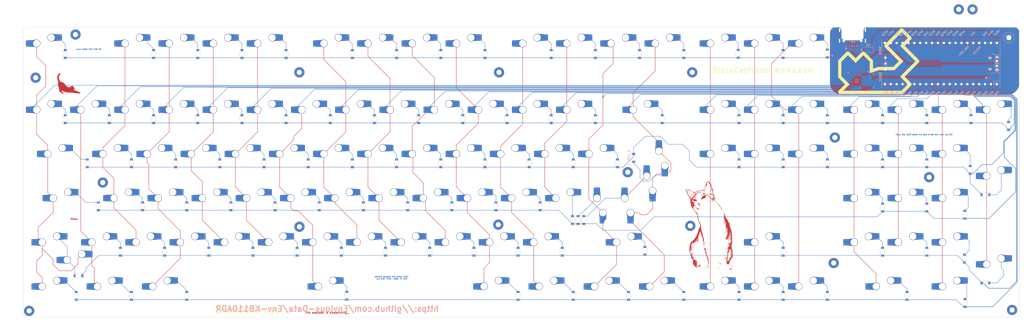
<source format=kicad_pcb>
(kicad_pcb (version 20211014) (generator pcbnew)
  (title_block (date "2021-06-16"))
  (layers (0 "F.Cu" signal) (31 "B.Cu" signal) (34 "B.Paste" user) (35 "F.Paste" user) (36 "B.SilkS" user "B.Silkscreen") (37 "F.SilkS" user "F.Silkscreen") (38 "B.Mask" user) (39 "F.Mask" user) (44 "Edge.Cuts" user))
  (net 0 "")
  (net 1 "col0")
  (net 2 "col1")
  (net 3 "col2")
  (net 4 "col3")
  (net 5 "col4")
  (net 6 "col5")
  (net 7 "col6")
  (net 8 "col7")
  (net 9 "col8")
  (net 10 "col9")
  (net 11 "col10")
  (net 12 "col11")
  (net 13 "col12")
  (net 14 "col13")
  (net 15 "col14")
  (net 16 "col15")
  (net 17 "col16")
  (net 18 "col17")
  (net 19 "col19")
  (net 20 "col20")
  (net 21 "col21")
  (net 22 "col22")
  (net 23 "row1")
  (net 24 "row3")
  (net 25 "row4")
  (net 26 "row5")
  (net 27 "row6")
  (net 28 "row7")
  (net 29 "Net-(D_12-Pad2)")
  (net 30 "Net-(D_13-Pad2)")
  (net 31 "Net-(D_14-Pad2)")
  (net 32 "Net-(D_15-Pad2)")
  (net 33 "Net-(D_16-Pad2)")
  (net 34 "Net-(D_17-Pad2)")
  (net 35 "Net-(D_18-Pad2)")
  (net 36 "Net-(D_19-Pad2)")
  (net 37 "Net-(D_20-Pad2)")
  (net 38 "Net-(D_21-Pad2)")
  (net 39 "Net-(D_22-Pad2)")
  (net 40 "Net-(D_23-Pad2)")
  (net 41 "Net-(D_24-Pad2)")
  (net 42 "Net-(D_25-Pad2)")
  (net 43 "Net-(D_26-Pad2)")
  (net 44 "Net-(D_27-Pad2)")
  (net 45 "Net-(D_28-Pad2)")
  (net 46 "Net-(D_29-Pad2)")
  (net 47 "Net-(D_30-Pad2)")
  (net 48 "Net-(D_31-Pad2)")
  (net 49 "Net-(D_32-Pad2)")
  (net 50 "Net-(D_33-Pad2)")
  (net 51 "Net-(D_34-Pad2)")
  (net 52 "Net-(D_35-Pad2)")
  (net 53 "Net-(D_36-Pad2)")
  (net 54 "Net-(D_37-Pad2)")
  (net 55 "Net-(D_38-Pad2)")
  (net 56 "Net-(D_39-Pad2)")
  (net 57 "Net-(D_40-Pad2)")
  (net 58 "Net-(D_41-Pad2)")
  (net 59 "Net-(D_42-Pad2)")
  (net 60 "Net-(D_43-Pad2)")
  (net 61 "Net-(D_44-Pad2)")
  (net 62 "Net-(D_45-Pad2)")
  (net 63 "Net-(D_46-Pad2)")
  (net 64 "Net-(D_47-Pad2)")
  (net 65 "Net-(D_48-Pad2)")
  (net 66 "Net-(D_49-Pad2)")
  (net 67 "Net-(D_50-Pad2)")
  (net 68 "Net-(D_51-Pad2)")
  (net 69 "Net-(D_52-Pad2)")
  (net 70 "Net-(D_53-Pad2)")
  (net 71 "Net-(D_54-Pad2)")
  (net 72 "Net-(D_55-Pad2)")
  (net 73 "Net-(D_56-Pad2)")
  (net 74 "Net-(D_57-Pad2)")
  (net 75 "Net-(D_58-Pad2)")
  (net 76 "Net-(D_59-Pad2)")
  (net 77 "Net-(D_60-Pad2)")
  (net 78 "Net-(D_61-Pad2)")
  (net 79 "Net-(D_62-Pad2)")
  (net 80 "Net-(D_63-Pad2)")
  (net 81 "Net-(D_64-Pad2)")
  (net 82 "Net-(D_65-Pad2)")
  (net 83 "Net-(D_66-Pad2)")
  (net 84 "Net-(D_67-Pad2)")
  (net 85 "Net-(D_68-Pad2)")
  (net 86 "Net-(D_69-Pad2)")
  (net 87 "Net-(D_70-Pad2)")
  (net 88 "Net-(D_71-Pad2)")
  (net 89 "Net-(D_72-Pad2)")
  (net 90 "Net-(D_73-Pad2)")
  (net 91 "Net-(D_74-Pad2)")
  (net 92 "Net-(D_75-Pad2)")
  (net 93 "Net-(D_76-Pad2)")
  (net 94 "Net-(D_77-Pad2)")
  (net 95 "Net-(D_78-Pad2)")
  (net 96 "Net-(D_79-Pad2)")
  (net 97 "Net-(D_80-Pad2)")
  (net 98 "Net-(D_81-Pad2)")
  (net 99 "Net-(D_82-Pad2)")
  (net 100 "Net-(D_83-Pad2)")
  (net 101 "Net-(D_84-Pad2)")
  (net 102 "Net-(D_85-Pad2)")
  (net 103 "Net-(D_86-Pad2)")
  (net 104 "Net-(D_87-Pad2)")
  (net 105 "Net-(D_88-Pad2)")
  (net 106 "Net-(D_89-Pad2)")
  (net 107 "Net-(D_90-Pad2)")
  (net 108 "Net-(D_91-Pad2)")
  (net 109 "Net-(D_92-Pad2)")
  (net 110 "Net-(D_93-Pad2)")
  (net 111 "Net-(D_94-Pad2)")
  (net 112 "Net-(D_95-Pad2)")
  (net 113 "Net-(D_96-Pad2)")
  (net 114 "Net-(D_97-Pad2)")
  (net 115 "Net-(D_98-Pad2)")
  (net 116 "Net-(D_99-Pad2)")
  (net 117 "Net-(D_100-Pad2)")
  (net 118 "Net-(D_101-Pad2)")
  (net 119 "Net-(D_102-Pad2)")
  (net 120 "Net-(D_103-Pad2)")
  (net 121 "Net-(D_104-Pad2)")
  (net 122 "Net-(D_105-Pad2)")
  (net 123 "Net-(D_106-Pad2)")
  (net 124 "Net-(D_107-Pad2)")
  (net 125 "Net-(D_108-Pad2)")
  (net 126 "Net-(D_109-Pad2)")
  (net 127 "Net-(D_110-Pad2)")
  (net 128 "Net-(D_111-Pad2)")
  (net 129 "Net-(D_112-Pad2)")
  (net 130 "Net-(D_113-Pad2)")
  (net 131 "Net-(D_114-Pad2)")
  (net 132 "Net-(D_115-Pad2)")
  (net 133 "Net-(D_116-Pad2)")
  (net 134 "+3V3")
  (net 135 "GND")
  (net 136 "VBUS")
  (net 137 "Net-(R5-Pad2)")
  (net 138 "VSYS")
  (net 141 "I2C_SDA-1")
  (net 142 "I2C_SCL-1")
  (net 143 "USB_D+")
  (net 144 "USB_D-")
  (net 145 "Net-(R6-Pad2)")
  (net 149 "Net-(D_ANSI_1-Pad2)")
  (footprint "MountingHole:MountingHole_2.2mm_M2_Pad" (layer "F.Cu") (at 42.9 73.3)
    (fp_text reference "H1")
    (fp_text value "MountingHole")
  )
  (footprint "MountingHole:MountingHole_2.2mm_M2_Pad" (layer "F.Cu") (at 40.11 173.85)
    (fp_text reference "H3")
    (fp_text value "MountingHole")
  )
  (footprint "MountingHole:MountingHole_2.2mm_M2_Pad" (layer "F.Cu") (at 463.91 173.45)
    (fp_text reference "H4")
    (fp_text value "MountingHole")
  )
  (footprint "MountingHole:MountingHole_2.2mm_M2_Pad" (layer "F.Cu") (at 428.15 116.2)
    (fp_text reference "H8")
    (fp_text value "MountingHole")
  )
  (footprint "MountingHole:MountingHole_2.2mm_M2_Pad" (layer "F.Cu") (at 71.86 118.5)
    (fp_text reference "H10")
    (fp_text value "MountingHole")
  )
  (footprint "MountingHole:MountingHole_2.2mm_M2_Pad" (layer "F.Cu") (at 298.185 114.05)
    (fp_text reference "H6")
    (fp_text value "MountingHole")
  )
  (footprint "EnvExtras:MXOnly-1U-Hotswap-Modified" (layer "F.Cu") (at 104.275 61.08)
    (fp_text reference "K_14")
    (fp_text value "KEYSW")
  )
  (footprint "EnvExtras:MXOnly-1U-Hotswap-Modified" (layer "F.Cu") (at 170.95 61.08)
    (fp_text reference "K_17")
    (fp_text value "KEYSW")
  )
  (footprint "EnvExtras:MXOnly-1U-Hotswap-Modified" (layer "F.Cu") (at 142.375 61.08)
    (fp_text reference "K_16")
    (fp_text value "KEYSW")
  )
  (footprint "EnvExtras:MXOnly-1U-Hotswap-Modified" (layer "F.Cu") (at 85.225 61.08)
    (fp_text reference "K_13")
    (fp_text value "KEYSW")
  )
  (footprint "EnvExtras:MXOnly-1U-Hotswap-Modified" (layer "F.Cu") (at 123.325 61.08)
    (fp_text reference "K_15")
    (fp_text value "KEYSW")
  )
  (footprint "EnvExtras:MXOnly-1U-Hotswap-Modified" (layer "F.Cu") (at 190 61.08)
    (fp_text reference "K_18")
    (fp_text value "KEYSW")
  )
  (footprint "EnvExtras:MXOnly-1U-Hotswap-Modified" (layer "F.Cu") (at 209.05 61.08)
    (fp_text reference "K_19")
    (fp_text value "KEYSW")
  )
  (footprint "EnvExtras:MXOnly-1U-Hotswap-Modified" (layer "F.Cu") (at 256.675 61.08)
    (fp_text reference "K_21")
    (fp_text value "KEYSW")
  )
  (footprint "EnvExtras:MXOnly-1U-Hotswap-Modified" (layer "F.Cu") (at 294.775 61.08)
    (fp_text reference "K_23")
    (fp_text value "KEYSW")
  )
  (footprint "EnvExtras:MXOnly-1U-Hotswap-Modified" (layer "F.Cu") (at 313.825 61.08)
    (fp_text reference "K_24")
    (fp_text value "KEYSW")
  )
  (footprint "EnvExtras:MXOnly-1U-Hotswap-Modified" (layer "F.Cu") (at 228.1 61.08)
    (fp_text reference "K_20")
    (fp_text value "KEYSW")
  )
  (footprint "EnvExtras:MXOnly-1U-Hotswap-Modified" (layer "F.Cu") (at 275.725 61.08)
    (fp_text reference "K_22")
    (fp_text value "KEYSW")
  )
  (footprint "MountingHole:MountingHole_2.2mm_M2_Pad" (layer "F.Cu") (at 462.51 56.02)
    (fp_text reference "H2")
    (fp_text value "MountingHole")
  )
  (footprint "logo:lyra" (layer "F.Cu") (at 406.4 66.2)
    (fp_text reference "G***" hide)
    (fp_text value "LOGO" hide)
  )
  (footprint "MountingHole:MountingHole_2.2mm_M2_Pad" (layer "F.Cu") (at 156.6 71)
    (fp_text reference "H7")
    (fp_text value "MountingHole")
  )
  (footprint "MountingHole:MountingHole_2.2mm_M2_Pad" (layer "F.Cu") (at 326 71)
    (fp_text reference "H12")
    (fp_text value "MountingHole")
  )
  (footprint "MountingHole:MountingHole_2.2mm_M2_Pad" (layer "F.Cu") (at 387.5 99.1)
    (fp_text reference "H13")
    (fp_text value "MountingHole")
  )
  (footprint "MountingHole:MountingHole_2.2mm_M2_Pad" (layer "F.Cu") (at 242.7 71)
    (fp_text reference "H14")
    (fp_text value "MountingHole")
  )
  (footprint "MountingHole:MountingHole_2.2mm_M2_Pad" (layer "F.Cu") (at 387 153.2)
    (fp_text reference "H18")
    (fp_text value "MountingHole")
  )
  (footprint "MountingHole:MountingHole_2.2mm_M2_Pad" (layer "F.Cu") (at 60.1 54.7)
    (fp_text reference "H11")
    (fp_text value "MountingHole")
  )
  (footprint "Mounting_Keyboard_Stabilizer:Stabilizer_Cherry_MX_2u" (layer "F.Cu") (at 304.3 89.65)
    (fp_text reference "stab1")
    (fp_text value "MountingHole")
  )
  (footprint "Mounting_Keyboard_Stabilizer:Stabilizer_Cherry_MX_2u" (layer "F.Cu") (at 297.15625 146.8)
    (fp_text reference "stab4")
    (fp_text value "MountingHole")
  )
  (footprint "Mounting_Keyboard_Stabilizer:Stabilizer_Cherry_MX_6.25u" (layer "F.Cu") (at 168.56875 165.85 180)
    (fp_text reference "stab5")
    (fp_text value "MountingHole")
  )
  (footprint "Mounting_Keyboard_Stabilizer:Stabilizer_Cherry_MX_2u" (layer "F.Cu") (at 311.44 118.22 90)
    (fp_text reference "stab6")
    (fp_text value "MountingHole")
  )
  (footprint "EnvExtras:MXOnly-1U-Hotswap-Modified" (layer "F.Cu") (at 456.7 89.65)
    (fp_text reference "K_48")
    (fp_text value "KEYSW")
  )
  (footprint "EnvExtras:MXOnly-1U-Hotswap-Modified" (layer "F.Cu") (at 185.2375 146.8)
    (fp_text reference "K_93")
    (fp_text value "KEYSW")
  )
  (footprint "EnvExtras:MXOnly-1U-Hotswap-Modified" (layer "F.Cu") (at 418.6 108.7)
    (fp_text reference "K_67")
    (fp_text value "KEYSW")
  )
  (footprint "EnvExtras:MXOnly-1U-Hotswap-Modified" (layer "F.Cu") (at 399.55 108.7)
    (fp_text reference "K_66")
    (fp_text value "KEYSW")
  )
  (footprint "Mounting_Keyboard_Stabilizer:Stabilizer_Cherry_MX_2u" (layer "F.Cu") (at 409.075 165.85 180)
    (fp_text reference "stab9")
    (fp_text value "MountingHole")
  )
  (footprint "EnvExtras:MXOnly-1U-Hotswap-Modified" (layer "F.Cu") (at 218.575 89.65)
    (fp_text reference "K_37")
    (fp_text value "KEYSW")
  )
  (footprint "EnvExtras:MXOnly-1U-Hotswap-Modified" (layer "F.Cu") (at 54.26875 127.75)
    (fp_text reference "K_70")
    (fp_text value "KEYSW")
  )
  (footprint "EnvExtras:MXOnly-1U-Hotswap-Modified" (layer "F.Cu") (at 356.6875 146.8)
    (fp_text reference "K_99")
    (fp_text value "KEYSW")
  )
  (footprint "Mounting_Keyboard_Stabilizer:Stabilizer_Cherry_MX_2u" (layer "F.Cu") (at 301.92 127.76)
    (fp_text reference "stab2")
    (fp_text value "MountingHole")
  )
  (footprint "EnvExtras:MXOnly-1U-Hotswap-Modified" (layer "F.Cu") (at 204.2875 146.8)
    (fp_text reference "K_94")
    (fp_text value "KEYSW")
  )
  (footprint "EnvExtras:MXOnly-1U-Hotswap-Modified" (layer "F.Cu") (at 247.15 108.7)
    (fp_text reference "K_59")
    (fp_text value "KEYSW")
  )
  (footprint "EnvExtras:MXOnly-1U-Hotswap-Modified" (layer "F.Cu") (at 311.44375 165.85)
    (fp_text reference "K_111")
    (fp_text value "KEYSW")
  )
  (footprint "EnvExtras:MXOnly-1U-Hotswap-Modified" (layer "F.Cu") (at 456.7 118.2)
    (fp_text reference "K_69")
    (fp_text value "KEYSW")
  )
  (footprint "EnvExtras:MXOnly-1U-Hotswap-Modified" (layer "F.Cu") (at 147.1375 146.8)
    (fp_text reference "K_91")
    (fp_text value "KEYSW")
  )
  (footprint "EnvExtras:MXOnly-1U-Hotswap-Modified" (layer "F.Cu") (at 356.6875 89.65)
    (fp_text reference "K_43")
    (fp_text value "KEYSW")
  )
  (footprint "EnvExtras:MXOnly-1U-Hotswap-Modified" (layer "F.Cu") (at 337.6375 89.65)
    (fp_text reference "K_42")
    (fp_text value "KEYSW")
  )
  (footprint "EnvExtras:MXOnly-1U-Hotswap-Modified" (layer "F.Cu") (at 261.4375 146.8)
    (fp_text reference "K_97")
    (fp_text value "KEYSW")
  )
  (footprint "EnvExtras:MXOnly-1U-Hotswap-Modified" (layer "F.Cu") (at 409.075 165.85)
    (fp_text reference "K_115")
    (fp_text value "KEYSW")
  )
  (footprint "Mounting_Keyboard_Stabilizer:Stabilizer_Cherry_MX_2u" (layer "F.Cu") (at 456.7 118.2 -90)
    (fp_text reference "stab7")
    (fp_text value "MountingHole")
  )
  (footprint "EnvExtras:MXOnly-1U-Hotswap-Modified" (layer "F.Cu") (at 213.8125 127.75)
    (fp_text reference "K_78")
    (fp_text value "KEYSW")
  )
  (footprint "MountingHole:MountingHole_2.2mm_M2_Pad" (layer "F.Cu") (at 325.17 137.17)
    (fp_text reference "H16")
    (fp_text value "MountingHole")
  )
  (footprint "EnvExtras:MXOnly-1U-Hotswap-Modified" (layer "F.Cu") (at 418.6 127.75)
    (fp_text reference "K_84")
    (fp_text value "KEYSW")
  )
  (footprint "EnvExtras:MXOnly-1U-Hotswap-Modified" (layer "F.Cu") (at 297.15625 146.8)
    (fp_text reference "K_98")
    (fp_text value "KEYSW")
  )
  (footprint "EnvExtras:MXOnly-1U-Hotswap-Modified" (layer "F.Cu") (at 166.1875 146.8)
    (fp_text reference "K_92")
    (fp_text value "KEYSW")
  )
  (footprint "EnvExtras:MXOnly-1U-Hotswap-Modified" (layer "F.Cu") (at 456.72 156.32)
    (fp_text reference "K_103")
    (fp_text value "KEYSW")
  )
  (footprint "EnvExtras:MXOnly-1U-Hotswap-Modified" (layer "F.Cu") (at 94.75 108.7)
    (fp_text reference "K_51")
    (fp_text value "KEYSW")
  )
  (footprint "EnvExtras:MXOnly-1U-Hotswap-Modified" (layer "F.Cu") (at 180.475 89.65)
    (fp_text reference "K_35")
    (fp_text value "KEYSW")
  )
  (footprint "EnvExtras:MXOnly-1U-Hotswap-Modified" (layer "F.Cu") (at 175.7125 127.75)
    (fp_text reference "K_76")
    (fp_text value "KEYSW")
  )
  (footprint "EnvExtras:MXOnly-1U-Hotswap-Modified" (layer "F.Cu") (at 156.6625 127.75)
    (fp_text reference "K_75")
    (fp_text value "KEYSW")
  )
  (footprint "EnvExtras:MXOnly-1U-Hotswap-Modified" (layer "F.Cu") (at 290.0125 127.75 90)
    (fp_text reference "K_82")
    (fp_text value "KEYSW")
  )
  (footprint "EnvExtras:MXOnly-1U-Hotswap-Modified" (layer "F.Cu") (at 242.3875 146.8)
    (fp_text reference "K_96")
    (fp_text value "KEYSW")
  )
  (footprint "EnvExtras:MXOnly-1U-Hotswap-Modified" (layer "F.Cu") (at 194.7625 127.75)
    (fp_text reference "K_77")
    (fp_text value "KEYSW")
  )
  (footprint "EnvExtras:MXOnly-1U-Hotswap-Modified" (layer "F.Cu") (at 375.7375 61.075)
    (fp_text reference "K_27")
    (fp_text value "KEYSW")
  )
  (footprint "EnvExtras:MXOnly-1U-Hotswap-Modified" (layer "F.Cu") (at 209.05 108.7)
    (fp_text reference "K_57")
    (fp_text value "KEYSW")
  )
  (footprint "EnvExtras:MXOnly-1U-Hotswap-Modified" (layer "F.Cu") (at 266.2 108.7)
    (fp_text reference "K_60")
    (fp_text value "KEYSW")
  )
  (footprint "EnvExtras:MXOnly-1U-Hotswap-Modified" (layer "F.Cu") (at 399.55 146.8)
    (fp_text reference "K_100")
    (fp_text value "KEYSW")
  )
  (footprint "EnvExtras:MXOnly-1U-Hotswap-Modified" (layer "F.Cu") (at 256.675 89.65)
    (fp_text reference "K_39")
    (fp_text value "KEYSW")
  )
  (footprint "EnvExtras:MXOnly-1U-Hotswap-Modified" (layer "F.Cu") (at 437.65 127.75)
    (fp_text reference "K_85")
    (fp_text value "KEYSW")
  )
  (footprint "EnvExtras:MXOnly-1U-Hotswap-Modified" (layer "F.Cu") (at 80.4625 127.75)
    (fp_text reference "K_71")
    (fp_text value "KEYSW")
  )
  (footprint "EnvExtras:MXOnly-1U-Hotswap-Modified" (layer "F.Cu") (at 168.56875 165.85)
    (fp_text reference "K_107")
    (fp_text value "KEYSW")
  )
  (footprint "EnvExtras:MXOnly-1U-Hotswap-Modified" (layer "F.Cu") (at 418.6 146.8)
    (fp_text reference "K_101")
    (fp_text value "KEYSW")
  )
  (footprint "EnvExtras:MXOnly-1U-Hotswap-Modified" (layer "F.Cu") (at 240.00625 165.85)
    (fp_text reference "K_108")
    (fp_text value "KEYSW")
  )
  (footprint "EnvExtras:MXOnly-1U-Hotswap-Modified" (layer "F.Cu") (at 170.95 108.7)
    (fp_text reference "K_55")
    (fp_text value "KEYSW")
  )
  (footprint "EnvExtras:MXOnly-1U-Hotswap-Modified" (layer "F.Cu") (at 47.125 89.65)
    (fp_text reference "K_28")
    (fp_text value "KEYSW")
  )
  (footprint "EnvExtras:MXOnly-1U-Hotswap-Modified" (layer "F.Cu") (at 223.3375 146.8)
    (fp_text reference "K_95")
    (fp_text value "KEYSW")
  )
  (footprint "EnvExtras:MXOnly-1U-Hotswap-Modified" (layer "F.Cu") (at 287.63125 165.85)
    (fp_text reference "K_110")
    (fp_text value "KEYSW")
  )
  (footprint "EnvExtras:MXOnly-1U-Hotswap-Modified" (layer "F.Cu") (at 151.9 108.7)
    (fp_text reference "K_54")
    (fp_text value "KEYSW")
  )
  (footprint "EnvExtras:MXOnly-1U-Hotswap-Modified" (layer "F.Cu") (at 437.65 89.65)
    (fp_text reference "K_47")
    (fp_text value "KEYSW")
  )
  (footprint "EnvExtras:MXOnly-1U-Hotswap-Modified" (layer "F.Cu") (at 128.0875 146.8)
    (fp_text reference "K_90")
    (fp_text value "KEYSW")
  )
  (footprint "MountingHole:MountingHole_2.2mm_M2_Pad" (layer "F.Cu") (at 440.9 43.85)
    (fp_text reference "H5")
    (fp_text value "MountingHole")
  )
  (footprint "EnvExtras:MXOnly-1U-Hotswap-Modified" (layer "F.Cu") (at 437.65 146.8)
    (fp_text reference "K_102")
    (fp_text value "KEYSW")
  )
  (footprint "EnvExtras:MXOnly-1U-Hotswap-Modified" (layer "F.Cu") (at 375.7375 165.85)
    (fp_text reference "K_114")
    (fp_text value "KEYSW")
  )
  (footprint "EnvExtras:MXOnly-1U-Hotswap-Modified" (layer "F.Cu") (at 270.9625 127.75)
    (fp_text reference "K_81")
    (fp_text value "KEYSW")
  )
  (footprint "MountingHole:MountingHole_2.2mm_M2_Pad" (layer "F.Cu") (at 446.85 43.85)
    (fp_text reference "H9")
    (fp_text value "MountingHole")
  )
  (footprint "EnvExtras:MXOnly-1U-Hotswap-Modified" (layer "F.Cu") (at 51.8875 108.7)
    (fp_text reference "K_49")
    (fp_text value "KEYSW")
  )
  (footprint "EnvExtras:MXOnly-1U-Hotswap-Modified" (layer "F.Cu") (at 337.6375 108.7)
    (fp_text reference "K_63")
    (fp_text value "KEYSW")
  )
  (footprint "EnvExtras:MXOnly-1U-Hotswap-Modified" (layer "F.Cu") (at 70.9375 146.8)
    (fp_text reference "K_87")
    (fp_text value "KEYSW")
  )
  (footprint "EnvExtras:MXOnly-1U-Hotswap-Modified" (layer "F.Cu") (at 97.13125 165.85)
    (fp_text reference "K_106")
    (fp_text value "KEYSW")
  )
  (footprint "EnvExtras:MXOnly-1U-Hotswap-Modified" (layer "F.Cu") (at 251.9125 127.75)
    (fp_text reference "K_80")
    (fp_text value "KEYSW")
  )
  (footprint "kibuzzard-6261CED5" (layer "F.Cu") (at 134.08 173.85)
    (fp_text reference "kibuzzard-6261CED5" hide)
    (fp_text value "G***" hide)
  )
  (footprint "EnvExtras:MXOnly-1U-Hotswap-Modified" (layer "F.Cu") (at 232.8625 127.75)
    (fp_text reference "K_79")
    (fp_text value "KEYSW")
  )
  (footprint "EnvExtras:MXOnly-1U-Hotswap-Modified" (layer "F.Cu") (at 304.3 89.65)
    (fp_text reference "K_41")
    (fp_text value "KEYSW")
  )
  (footprint "EnvExtras:MXOnly-1U-Hotswap-Modified" (layer "F.Cu") (at 142.375 89.65)
    (fp_text reference "K_33")
    (fp_text value "KEYSW")
  )
  (footprint "EnvExtras:MXOnly-1U-Hotswap-Modified" (layer "F.Cu") (at 137.6125 127.75)
    (fp_text reference "K_74")
    (fp_text value "KEYSW")
  )
  (footprint "EnvExtras:MXOnly-1U-Hotswap-Modified" (layer "F.Cu") (at 356.6875 108.7)
    (fp_text reference "K_64")
    (fp_text value "KEYSW")
  )
  (footprint "EnvExtras:MXOnly-1U-Hotswap-Modified" (layer "F.Cu") (at 99.5125 127.75)
    (fp_text reference "K_72")
    (fp_text value "KEYSW")
  )
  (footprint "EnvExtras:MXOnly-1U-Hotswap-Modified" (layer "F.Cu") (at 375.7375 108.7)
    (fp_text reference "K_65")
    (fp_text value "KEYSW")
  )
  (footprint "EnvExtras:MXOnly-1U-Hotswap-Modified" (layer "F.Cu") (at 66.175 89.65)
    (fp_text reference "K_29")
    (fp_text value "KEYSW")
  )
  (footprint "EnvExtras:MXOnly-1U-Hotswap-Modified" (layer "F.Cu") (at 399.55 89.65)
    (fp_text reference "K_45")
    (fp_text value "KEYSW")
  )
  (footprint "EnvExtras:MXOnly-1U-Hotswap-Modified" (layer "F.Cu") (at 85.225 89.65)
    (fp_text reference "K_30")
    (fp_text value "KEYSW")
  )
  (footprint "EnvExtras:MXOnly-1U-Hotswap-Modified" (layer "F.Cu") (at 309.06 108.7 -90)
    (fp_text reference "K_ANSI_3")
    (fp_text value "KEYSW")
  )
  (footprint "EnvExtras:MXOnly-1U-Hotswap-Modified" (layer "F.Cu") (at 199.525 89.65)
    (fp_text reference "K_36")
    (fp_text value "KEYSW")
  )
  (footprint "logo:cat" (layer "F.Cu") (at 57.2 75.7)
    (fp_text reference "G***")
    (fp_text value "LOGO" hide)
  )
  (footprint "EnvExtras:MXOnly-1U-Hotswap-Modified" (layer "F.Cu") (at 59.04 146.8 180)
    (fp_text reference "K_ANSI_1")
    (fp_text value "KEYSW")
  )
  (footprint "EnvExtras:MXOnly-1U-Hotswap-Modified" (layer "F.Cu") (at 47.125 61.075)
    (fp_text reference "K_12")
    (fp_text value "KEYSW")
  )
  (footprint "Mounting_Keyboard_Stabilizer:Stabilizer_Cherry_MX_2u" (layer "F.Cu") (at 456.72 156.32 -90)
    (fp_text reference "stab8")
    (fp_text value "MountingHole")
  )
  (footprint "EnvExtras:MXOnly-1U-Hotswap-Modified" (layer "F.Cu") (at 237.625 89.65)
    (fp_text reference "K_38")
    (fp_text value "KEYSW")
  )
  (footprint "EnvExtras:MXOnly-1U-Hotswap-Modified" (layer "F.Cu") (at 123.325 89.65)
    (fp_text reference "K_32")
    (fp_text value "KEYSW")
  )
  (footprint "EnvExtras:MXOnly-1U-Hotswap-Modified" (layer "F.Cu") (at 104.275 89.65)
    (fp_text reference "K_31")
    (fp_text value "KEYSW")
  )
  (footprint "EnvExtras:MXOnly-1U-Hotswap-Modified" (layer "F.Cu") (at 356.6875 165.85)
    (fp_text reference "K_113")
    (fp_text value "KEYSW")
  )
  (footprint "EnvExtras:MXOnly-1U-Hotswap-Modified" (layer "F.Cu") (at 356.6875 61.075)
    (fp_text reference "K_26")
    (fp_text value "KEYSW")
  )
  (footprint "EnvExtras:MXOnly-1U-Hotswap-Modified" (layer "F.Cu") (at 228.1 108.7)
    (fp_text reference "K_58")
    (fp_text value "KEYSW")
  )
  (footprint "EnvExtras:MXOnly-1U-Hotswap-Modified" (layer "F.Cu") (at 375.7375 89.65)
    (fp_text reference "K_44")
    (fp_text value "KEYSW")
  )
  (footprint "MountingHole:MountingHole_2.2mm_M2_Pad" (layer "F.Cu") (at 156.65 137.56)
    (fp_text reference "H17")
    (fp_text value "MountingHole")
  )
  (footprint "EnvExtras:MXOnly-1U-Hotswap-Modified" (layer "F.Cu") (at 132.85 108.7)
    (fp_text reference "K_53")
    (fp_text value "KEYSW")
  )
  (footprint "EnvExtras:MXOnly-1U-Hotswap-Modified" (layer "F.Cu") (at 118.5625 127.75)
    (fp_text reference "K_73")
    (fp_text value "KEYSW")
  )
  (footprint "EnvExtras:MXOnly-1U-Hotswap-Modified" (layer "F.Cu") (at 399.55 127.75)
    (fp_text reference "K_83")
    (fp_text value "KEYSW")
  )
  (footprint "EnvExtras:MXOnly-1U-Hotswap-Modified" (layer "F.Cu") (at 437.65 108.7)
    (fp_text reference "K_68")
    (fp_text value "KEYSW")
  )
  (footprint "EnvExtras:MXOnly-1U-Hotswap-Modified" (layer "F.Cu") (at 73.31875 165.85)
    (fp_text reference "K_105")
    (fp_text value "KEYSW")
  )
  (footprint "Mounting_Keyboard_Stabilizer:Stabilizer_Cherry_MX_2u" (layer "F.Cu") (at 59 146.79)
    (fp_text reference "stab3")
    (fp_text value "MountingHole")
  )
  (footprint "EnvExtras:MXOnly-1U-Hotswap-Modified" (layer "F.Cu") (at 161.425 89.65)
    (fp_text reference "K_34")
    (fp_text value "KEYSW")
  )
  (footprint "EnvExtras:MXOnly-1U-Hotswap-Modified" (layer "F.Cu") (at 89.9875 146.8)
    (fp_text reference "K_88")
    (fp_text value "KEYSW")
  )
  (footprint "EnvExtras:MXOnly-1U-Hotswap-Modified" (layer "F.Cu") (at 337.6375 165.85)
    (fp_text reference "K_112")
    (fp_text value "KEYSW")
  )
  (footprint "EnvExtras:MXOnly-1U-Hotswap-Modified" (layer "F.Cu") (at 437.65 165.85)
    (fp_text reference "K_116")
    (fp_text value "KEYSW")
  )
  (footprint "EnvExtras:MXOnly-1U-Hotswap-Modified" (layer "F.Cu") (at 337.6375 61.075)
    (fp_text reference "K_25")
    (fp_text value "KEYSW")
  )
  (footprint "EnvExtras:MXOnly-1U-Hotswap-Modified" (layer "F.Cu") (at 301.92 127.76 90)
    (fp_text reference "K_ANSI_2")
    (fp_text value "KEYSW")
  )
  (footprint "EnvExtras:MXOnly-1U-Hotswap-Modified" (layer "F.Cu") (at 190 108.7)
    (fp_text reference "K_56")
    (fp_text value "KEYSW")
  )
  (footprint "EnvExtras:MXOnly-1U-Hotswap-Modified" (layer "F.Cu") (at 49.50625 165.85)
    (fp_text reference "K_104")
    (fp_text value "KEYSW")
  )
  (footprint "EnvExtras:MXOnly-1U-Hotswap-Modified" (layer "F.Cu") (at 75.7 108.7)
    (fp_text reference "K_50")
    (fp_text value "KEYSW")
  )
  (footprint "EnvExtras:MXOnly-1U-Hotswap-Modified" (layer "F.Cu") (at 109.0375 146.8)
    (fp_text reference "K_89")
    (fp_text value "KEYSW")
  )
  (footprint "EnvExtras:MXOnly-1U-Hotswap-Modified" (layer "F.Cu") (at 113.8 108.7)
    (fp_text reference "K_52")
    (fp_text value "KEYSW")
  )
  (footprint "MountingHole:MountingHole_2.2mm_M2_Pad" (layer "F.Cu") (at 242.39 136.67)
    (fp_text reference "H15")
    (fp_text value "MountingHole")
  )
  (footprint "EnvExtras:MXOnly-1U-Hotswap-Modified" (layer "F.Cu") (at 418.6 89.65)
    (fp_text reference "K_46")
    (fp_text value "KEYSW")
  )
  (footprint "EnvExtras:MXOnly-1U-Hotswap-Modified" (layer "F.Cu") (at 49.50625 146.8)
    (fp_text reference "K_86")
    (fp_text value "KEYSW")
  )
  (footprint "logo:cat2" (layer "F.Cu") (at 333.8 137.7)
    (fp_text reference "G***")
    (fp_text value "LOGO" hide)
  )
  (footprint "EnvExtras:MXOnly-1U-Hotswap-Modified" (layer "F.Cu") (at 285.25 108.7)
    (fp_text reference "K_61")
    (fp_text value "KEYSW")
  )
  (footprint "EnvExtras:MXOnly-1U-Hotswap-Modified" (layer "F.Cu") (at 275.725 89.65)
    (fp_text reference "K_40")
    (fp_text value "KEYSW")
  )
  (footprint "EnvExtras:MXOnly-1U-Hotswap-Modified" (layer "F.Cu") (at 311.44 118.22 90)
    (fp_text reference "K_62")
    (fp_text value "KEYSW")
  )
  (footprint "EnvExtras:MXOnly-1U-Hotswap-Modified" (layer "F.Cu") (at 263.81875 165.85)
    (fp_text reference "K_109")
    (fp_text value "KEYSW")
  )
  (footprint "Diode_SMD:D_SOD-123" (layer "B.Cu") (at 322.35 63.08 90)
    (fp_text reference "D_24")
    (fp_text value "SOD-123")
  )
  (footprint "Diode_SMD:D_SOD-123" (layer "B.Cu") (at 217.575 63.08 90)
    (fp_text reference "D_19")
    (fp_text value "SOD-123")
  )
  (footprint "Diode_SMD:D_SOD-123" (layer "B.Cu") (at 236.625 63.08 90)
    (fp_text reference "D_20")
    (fp_text value "SOD-123")
  )
  (footprint "Diode_SMD:D_SOD-123" (layer "B.Cu") (at 179.475 63.08 90)
    (fp_text reference "D_17")
    (fp_text value "SOD-123")
  )
  (footprint "Diode_SMD:D_SOD-123" (layer "B.Cu") (at 303.3 63.08 90)
    (fp_text reference "D_23")
    (fp_text value "SOD-123")
  )
  (footprint "Diode_SMD:D_SOD-123" (layer "B.Cu") (at 284.25 63.08 90)
    (fp_text reference "D_22")
    (fp_text value "SOD-123")
  )
  (footprint "Diode_SMD:D_SOD-123" (layer "B.Cu") (at 93.75 63.08 90)
    (fp_text reference "D_13")
    (fp_text value "SOD-123")
  )
  (footprint "Diode_SMD:D_SOD-123" (layer "B.Cu") (at 265.2 63.08 90)
    (fp_text reference "D_21")
    (fp_text value "SOD-123")
  )
  (footprint "Diode_SMD:D_SOD-123" (layer "B.Cu") (at 131.85 63.08 90)
    (fp_text reference "D_15")
    (fp_text value "SOD-123")
  )
  (footprint "Diode_SMD:D_SOD-123" (layer "B.Cu") (at 198.525 63.08 90)
    (fp_text reference "D_18")
    (fp_text value "SOD-123")
  )
  (footprint "Diode_SMD:D_SOD-123" (layer "B.Cu") (at 112.8 63.08 90)
    (fp_text reference "D_14")
    (fp_text value "SOD-123")
  )
  (footprint "Diode_SMD:D_SOD-123" (layer "B.Cu") (at 150.9 63.08 90)
    (fp_text reference "D_16")
    (fp_text value "SOD-123")
  )
  (footprint "Resistor_SMD:R_0402_1005Metric" (layer "B.Cu") (at 393.87 60.93 90)
    (fp_text reference "R5")
    (fp_text value "5.1K 0402")
  )
  (footprint "Resistor_SMD:R_0402_1005Metric" (layer "B.Cu") (at 396.86 60.95 90)
    (fp_text reference "R6")
    (fp_text value "5.1K 0402")
  )
  (footprint "josh-connectors:USB_C_TYPE-C-31-M-14" (layer "B.Cu") (at 395.1 55.8)
    (fp_text reference "USB1")
    (fp_text value "TYPE-C-31-M-14")
    (fp_line (start 4.70304 -4.296872) (end 4.70304 0.103128) (layer "Edge.Cuts") (width 0.1))
    (fp_line (start -4.70304 -4.296872) (end -4.70304 0.103128) (layer "Edge.Cuts") (width 0.1))
    (fp_line (start -3.2 1.3) (end 3.2 1.3) (layer "Edge.Cuts") (width 0.1))
    (fp_arc (start 3.532782 1.121938) (mid 3.388713 1.252687) (end 3.2 1.3) (layer "Edge.Cuts") (width 0.1))
    (fp_arc (start -3.2 1.3) (mid -3.388713 1.252686) (end -3.532782 1.121938) (layer "Edge.Cuts") (width 0.1))
    (fp_arc (start 3.532782 1.121938) (mid 3.657206 1.03818) (end 3.80304 1.003128) (layer "Edge.Cuts") (width 0.1))
    (fp_arc (start -3.80304 1.003128) (mid -3.657195 1.038158) (end -3.532782 1.121938) (layer "Edge.Cuts") (width 0.1))
    (fp_arc (start 4.70304 0.103128) (mid 4.439437 0.739525) (end 3.80304 1.003128) (layer "Edge.Cuts") (width 0.1))
    (fp_arc (start -3.80304 1.003128) (mid -4.439436 0.739524) (end -4.70304 0.103128) (layer "Edge.Cuts") (width 0.1))
  )
  (footprint "Diode_SMD:D_SOD-123" (layer "B.Cu") (at 189 91.15 90)
    (fp_text reference "D_35")
    (fp_text value "SOD-123")
  )
  (footprint "Diode_SMD:D_SOD-123" (layer "B.Cu") (at 427.125 148.3 90)
    (fp_text reference "D_101")
    (fp_text value "SOD-123")
  )
  (footprint "Diode_SMD:D_SOD-123" (layer "B.Cu") (at 69.9375 128.75 90)
    (fp_text reference "D_70")
    (fp_text value "SOD-123")
  )
  (footprint "Diode_SMD:D_SOD-123" (layer "B.Cu") (at 408.075 148.3 90)
    (fp_text reference "D_100")
    (fp_text value "SOD-123")
  )
  (footprint "Diode_SMD:D_SOD-123" (layer "B.Cu") (at 401.7 61.25 180)
    (fp_text reference "D1")
    (fp_text value "1N4002W")
  )
  (footprint "Diode_SMD:D_SOD-123" (layer "B.Cu") (at 127.0875 128.75 90)
    (fp_text reference "D_73")
    (fp_text value "SOD-123")
  )
  (footprint "Diode_SMD:D_SOD-123" (layer "B.Cu") (at 227.1 91.15 90)
    (fp_text reference "D_37")
    (fp_text value "SOD-123")
  )
  (footprint "Diode_SMD:D_SOD-123" (layer "B.Cu") (at 84.225 167.35 90)
    (fp_text reference "D_105")
    (fp_text value "SOD-123")
  )
  (footprint "Diode_SMD:D_SOD-123" (layer "B.Cu") (at 55.65 63.075 90)
    (fp_text reference "D_12")
    (fp_text value "SOD-123")
  )
  (footprint "Diode_SMD:D_SOD-123" (layer "B.Cu") (at 265.2 91.15 90)
    (fp_text reference "D_39")
    (fp_text value "SOD-123")
  )
  (footprint "Diode_SMD:D_SOD-123" (layer "B.Cu") (at 408.075 91.15 90)
    (fp_text reference "D_45")
    (fp_text value "SOD-123")
  )
  (footprint "Diode_SMD:D_SOD-123" (layer "B.Cu") (at 241.3875 128.75 90)
    (fp_text reference "D_79")
    (fp_text value "SOD-123")
  )
  (footprint "Diode_SMD:D_SOD-123" (layer "B.Cu") (at 427.125 91.15 90)
    (fp_text reference "D_46")
    (fp_text value "SOD-123")
  )
  (footprint "Diode_SMD:D_SOD-123" (layer "B.Cu") (at 418.6 167.35 90)
    (fp_text reference "D_115")
    (fp_text value "SOD-123")
  )
  (footprint "Diode_SMD:D_SOD-123" (layer "B.Cu") (at 313.1 91.15 90)
    (fp_text reference "D_41")
    (fp_text value "SOD-123")
  )
  (footprint "Diode_SMD:D_SOD-123" (layer "B.Cu") (at 193.7625 148.3 90)
    (fp_text reference "D_93")
    (fp_text value "SOD-123")
  )
  (footprint "Diode_SMD:D_SOD-123" (layer "B.Cu") (at 208.05 91.15 90)
    (fp_text reference "D_36")
    (fp_text value "SOD-123")
  )
  (footprint "Diode_SMD:D_SOD-123" (layer "B.Cu") (at 408.075 129.25 90)
    (fp_text reference "D_83")
    (fp_text value "SOD-123")
  )
  (footprint "Diode_SMD:D_SOD-123" (layer "B.Cu") (at 443.36 151.29 90)
    (fp_text reference "D_102")
    (fp_text value "SOD-123")
  )
  (footprint "Diode_SMD:D_SOD-123" (layer "B.Cu") (at 384.2625 110.2 90)
    (fp_text reference "D_65")
    (fp_text value "SOD-123")
  )
  (footprint "Diode_SMD:D_SOD-123" (layer "B.Cu") (at 160.425 110.2 90)
    (fp_text reference "D_54")
    (fp_text value "SOD-123")
  )
  (footprint "Diode_SMD:D_SOD-123" (layer "B.Cu") (at 427.125 129.25 90)
    (fp_text reference "D_84")
    (fp_text value "SOD-123")
  )
  (footprint "Diode_SMD:D_SOD-123" (layer "B.Cu") (at 365.2125 167.35 90)
    (fp_text reference "D_113")
    (fp_text value "SOD-123")
  )
  (footprint "Diode_SMD:D_SOD-123" (layer "B.Cu") (at 217.575 110.2 90)
    (fp_text reference "D_57")
    (fp_text value "SOD-123")
  )
  (footprint "Diode_SMD:D_SOD-123" (layer "B.Cu") (at 255.675 110.2 90)
    (fp_text reference "D_59")
    (fp_text value "SOD-123")
  )
  (footprint "Diode_SMD:D_SOD-123" (layer "B.Cu") (at 55.65 91.15 90)
    (fp_text reference "D_28")
    (fp_text value "SOD-123")
  )
  (footprint "Diode_SMD:D_SOD-123" (layer "B.Cu") (at 269.9625 148.3 90)
    (fp_text reference "D_97")
    (fp_text value "SOD-123")
  )
  (footprint "Diode_SMD:D_SOD-123" (layer "B.Cu") (at 84.225 110.2 90)
    (fp_text reference "D_50")
    (fp_text value "SOD-123")
  )
  (footprint "Diode_SMD:D_SOD-123" (layer "B.Cu") (at 246.15 91.15 90)
    (fp_text reference "D_38")
    (fp_text value "SOD-123")
  )
  (footprint "Diode_SMD:D_SOD-123" (layer "B.Cu") (at 174.7125 148.3 90)
    (fp_text reference "D_92")
    (fp_text value "SOD-123")
  )
  (footprint "Diode_SMD:D_SOD-123" (layer "B.Cu") (at 250.9125 148.3 90)
    (fp_text reference "D_96")
    (fp_text value "SOD-123")
  )
  (footprint "Diode_SMD:D_SOD-123" (layer "B.Cu") (at 446.175 91.15 90)
    (fp_text reference "D_47")
    (fp_text value "SOD-123")
  )
  (footprint "Diode_SMD:D_SOD-123" (layer "B.Cu") (at 365.2125 148.3 90)
    (fp_text reference "D_99")
    (fp_text value "SOD-123")
  )
  (footprint "Diode_SMD:D_SOD-123" (layer "B.Cu") (at 231.8625 148.3 90)
    (fp_text reference "D_95")
    (fp_text value "SOD-123")
  )
  (footprint "Diode_SMD:D_SOD-123" (layer "B.Cu") (at 198.525 110.2 90)
    (fp_text reference "D_56")
    (fp_text value "SOD-123")
  )
  (footprint "EnvExtras:RPi_Pico_SMD_TH_Modified" (layer "B.Cu") (at 433.2 67.2 90)
    (fp_text reference "U1" hide)
    (fp_text value "Pico" hide)
  )
  (footprint "Diode_SMD:D_SOD-123" (layer "B.Cu") (at 61.35 158.725 180)
    (fp_text reference "D_86")
    (fp_text value "SOD-123")
  )
  (footprint "Diode_SMD:D_SOD-123" (layer "B.Cu") (at 250.9125 167.35 90)
    (fp_text reference "D_108")
    (fp_text value "SOD-123")
  )
  (footprint "Diode_SMD:D_SOD-123" (layer "B.Cu") (at 260.4375 128.75 90)
    (fp_text reference "D_80")
    (fp_text value "SOD-123")
  )
  (footprint "Diode_SMD:D_SOD-123" (layer "B.Cu") (at 108.0375 128.75 90)
    (fp_text reference "D_72")
    (fp_text value "SOD-123")
  )
  (footprint "Diode_SMD:D_SOD-123" (layer "B.Cu") (at 179.475 110.2 90)
    (fp_text reference "D_55")
    (fp_text value "SOD-123")
  )
  (footprint "Diode_SMD:D_SOD-123" (layer "B.Cu") (at 384.254516 62.87013 90)
    (fp_text reference "D_27")
    (fp_text value "SOD-123")
  )
  (footprint "Diode_SMD:D_SOD-123" (layer "B.Cu") (at 150.9 91.15 90)
    (fp_text reference "D_33")
    (fp_text value "SOD-123")
  )
  (footprint "Diode_SMD:D_SOD-123" (layer "B.Cu") (at 346.1625 91.15 90)
    (fp_text reference "D_42")
    (fp_text value "SOD-123")
  )
  (footprint "Diode_SMD:D_SOD-123" (layer "B.Cu") (at 274.35 134.65 90)
    (fp_text reference "D_81")
    (fp_text value "SOD-123")
  )
  (footprint "Diode_SMD:D_SOD-123" (layer "B.Cu") (at 365.18901 63.052335 90)
    (fp_text reference "D_26")
    (fp_text value "SOD-123")
  )
  (footprint "Diode_SMD:D_SOD-123" (layer "B.Cu") (at 300.7 107.9 -90)
    (fp_text reference "D_ANSI_1")
    (fp_text value "SOD-123")
  )
  (footprint "Diode_SMD:D_SOD-123" (layer "B.Cu") (at 146.1375 128.75 90)
    (fp_text reference "D_74")
    (fp_text value "SOD-123")
  )
  (footprint "Diode_SMD:D_SOD-123" (layer "B.Cu") (at 79.4625 148.3 90)
    (fp_text reference "D_87")
    (fp_text value "SOD-123")
  )
  (footprint "Diode_SMD:D_SOD-123" (layer "B.Cu") (at 305.6 147.9 90)
    (fp_text reference "D_98")
    (fp_text value "SOD-123")
  )
  (footprint "Diode_SMD:D_SOD-123" (layer "B.Cu") (at 365.2125 91.15 90)
    (fp_text reference "D_43")
    (fp_text value "SOD-123")
  )
  (footprint "Diode_SMD:D_SOD-123" (layer "B.Cu") (at 112.8 91.15 90)
    (fp_text reference "D_31")
    (fp_text value "SOD-123")
  )
  (footprint "Diode_SMD:D_SOD-123" (layer "B.Cu") (at 203.2875 128.75 90)
    (fp_text reference "D_77")
    (fp_text value "SOD-123")
  )
  (footprint "Diode_SMD:D_SOD-123" (layer "B.Cu") (at 346.1625 167.35 90)
    (fp_text reference "D_112")
    (fp_text value "SOD-123")
  )
  (footprint "Diode_SMD:D_SOD-123" (layer "B.Cu") (at 279.2125 134.65 90)
    (fp_text reference "D_62")
    (fp_text value "SOD-123")
  )
  (footprint "Diode_SMD:D_SOD-123" (layer "B.Cu") (at 293.775 110.2 90)
    (fp_text reference "D_61")
    (fp_text value "SOD-123")
  )
  (footprint "Diode_SMD:D_SOD-123" (layer "B.Cu") (at 74.7 91.15 90)
    (fp_text reference "D_29")
    (fp_text value "SOD-123")
  )
  (footprint "Diode_SMD:D_SOD-123" (layer "B.Cu") (at 345.825 63 90)
    (fp_text reference "D_25")
    (fp_text value "SOD-123")
  )
  (footprint "Diode_SMD:D_SOD-123" (layer "B.Cu") (at 136.6125 148.3 90)
    (fp_text reference "D_90")
    (fp_text value "SOD-123")
  )
  (footprint "Diode_SMD:D_SOD-123" (layer "B.Cu") (at 155.6625 148.3 90)
    (fp_text reference "D_91")
    (fp_text value "SOD-123")
  )
  (footprint "Diode_SMD:D_SOD-123" (layer "B.Cu") (at 222.3375 128.75 90)
    (fp_text reference "D_78")
    (fp_text value "SOD-123")
  )
  (footprint "Diode_SMD:D_SOD-123" (layer "B.Cu") (at 443.63 170.41 90)
    (fp_text reference "D_116")
    (fp_text value "SOD-123")
  )
  (footprint "Diode_SMD:D_SOD-123" (layer "B.Cu") (at 88.9875 128.75 90)
    (fp_text reference "D_71")
    (fp_text value "SOD-123")
  )
  (footprint "Diode_SMD:D_SOD-123" (layer "B.Cu") (at 276.7625 134.65 90)
    (fp_text reference "D_82")
    (fp_text value "SOD-123")
  )
  (footprint "Diode_SMD:D_SOD-123" (layer "B.Cu") (at 236.625 110.2 90)
    (fp_text reference "D_58")
    (fp_text value "SOD-123")
  )
  (footprint "Diode_SMD:D_SOD-123" (layer "B.Cu") (at 365.2125 110.2 90)
    (fp_text reference "D_64")
    (fp_text value "SOD-123")
  )
  (footprint "Diode_SMD:D_SOD-123" (layer "B.Cu") (at 298.5375 167.35 90)
    (fp_text reference "D_110")
    (fp_text value "SOD-123")
  )
  (footprint "Diode_SMD:D_SOD-123" (layer "B.Cu") (at 274.725 167.35 90)
    (fp_text reference "D_109")
    (fp_text value "SOD-123")
  )
  (footprint "Diode_SMD:D_SOD-123" (layer "B.Cu") (at 184.2375 128.75 90)
    (fp_text reference "D_76")
    (fp_text value "SOD-123")
  )
  (footprint "Diode_SMD:D_SOD-123" (layer "B.Cu") (at 384.2625 167.35 90)
    (fp_text reference "D_114")
    (fp_text value "SOD-123")
  )
  (footprint "Diode_SMD:D_SOD-123" (layer "B.Cu") (at 131.85 91.15 90)
    (fp_text reference "D_32")
    (fp_text value "SOD-123")
  )
  (footprint "Diode_SMD:D_SOD-123" (layer "B.Cu") (at 384.2625 91.15 90)
    (fp_text reference "D_44")
    (fp_text value "SOD-123")
  )
  (footprint "Diode_SMD:D_SOD-123" (layer "B.Cu") (at 212.8125 148.3 90)
    (fp_text reference "D_94")
    (fp_text value "SOD-123")
  )
  (footprint "Diode_SMD:D_SOD-123" (layer "B.Cu") (at 346.1625 110.2 90)
    (fp_text reference "D_63")
    (fp_text value "SOD-123")
  )
  (footprint "Diode_SMD:D_SOD-123" (layer "B.Cu") (at 108.0375 167.35 90)
    (fp_text reference "D_106")
    (fp_text value "SOD-123")
  )
  (footprint "Diode_SMD:D_SOD-123" (layer "B.Cu") (at 462.37 94.11 90)
    (fp_text reference "D_48")
    (fp_text value "SOD-123")
  )
  (footprint "Diode_SMD:D_SOD-123" (layer "B.Cu") (at 443.52 132.34 90)
    (fp_text reference "D_85")
    (fp_text value "SOD-123")
  )
  (footprint "Diode_SMD:D_SOD-123" (layer "B.Cu") (at 445.83 113.03 90)
    (fp_text reference "D_68")
    (fp_text value "SOD-123")
  )
  (footprint "Diode_SMD:D_SOD-123" (layer "B.Cu") (at 177.075 167.275 90)
    (fp_text reference "D_107")
    (fp_text value "SOD-123")
  )
  (footprint "Diode_SMD:D_SOD-123" (layer "B.Cu") (at 274.725 110.2 90)
    (fp_text reference "D_60")
    (fp_text value "SOD-123")
  )
  (footprint "Diode_SMD:D_SOD-123" (layer "B.Cu") (at 98.5125 148.3 90)
    (fp_text reference "D_88")
    (fp_text value "SOD-123")
  )
  (footprint "Diode_SMD:D_SOD-123" (layer "B.Cu") (at 169.95 91.15 90)
    (fp_text reference "D_34")
    (fp_text value "SOD-123")
  )
  (footprint "Diode_SMD:D_SOD-123" (layer "B.Cu") (at 408.075 110.2 90)
    (fp_text reference "D_66")
    (fp_text value "SOD-123")
  )
  (footprint "Diode_SMD:D_SOD-123" (layer "B.Cu") (at 122.325 110.2 90)
    (fp_text reference "D_52")
    (fp_text value "SOD-123")
  )
  (footprint "Diode_SMD:D_SOD-123" (layer "B.Cu") (at 452.41 161.8)
    (fp_text reference "D_103")
    (fp_text value "SOD-123")
  )
  (footprint "Diode_SMD:D_SOD-123" (layer "B.Cu") (at 165.1875 128.75 90)
    (fp_text reference "D_75")
    (fp_text value "SOD-123")
  )
  (footprint "Diode_SMD:D_SOD-123" (layer "B.Cu") (at 452.42 123.73)
    (fp_text reference "D_69")
    (fp_text value "SOD-123")
  )
  (footprint "Diode_SMD:D_SOD-123" (layer "B.Cu") (at 103.275 110.2 90)
    (fp_text reference "D_51")
    (fp_text value "SOD-123")
  )
  (footprint "Diode_SMD:D_SOD-123" (layer "B.Cu") (at 322.35 167.35 90)
    (fp_text reference "D_111")
    (fp_text value "SOD-123")
  )
  (footprint "Diode_SMD:D_SOD-123" (layer "B.Cu") (at 141.375 110.2 90)
    (fp_text reference "D_53")
    (fp_text value "SOD-123")
  )
  (footprint "Diode_SMD:D_SOD-123" (layer "B.Cu") (at 65.175 110.2 90)
    (fp_text reference "D_49")
    (fp_text value "SOD-123")
  )
  (footprint "Diode_SMD:D_SOD-123" (layer "B.Cu") (at 60.4125 167.35 90)
    (fp_text reference "D_104")
    (fp_text value "SOD-123")
  )
  (footprint "Diode_SMD:D_SOD-123" (layer "B.Cu") (at 427.125 110.2 90)
    (fp_text reference "D_67")
    (fp_text value "SOD-123")
  )
  (footprint "Diode_SMD:D_SOD-123" (layer "B.Cu") (at 117.5625 148.3 90)
    (fp_text reference "D_89")
    (fp_text value "SOD-123")
  )
  (footprint "Package_DFN_QFN:QFN-28-1EP_6x6mm_P0.65mm_EP4.25x4.25mm" (layer "B.Cu") (at 401.25 74.65 -90)
    (fp_text reference "U3")
    (fp_text value "MCP23017_ML")
  )
  (footprint "Diode_SMD:D_SOD-123" (layer "B.Cu") (at 284.25 91.15 90)
    (fp_text reference "D_40")
    (fp_text value "SOD-123")
  )
  (footprint "Diode_SMD:D_SOD-123" (layer "B.Cu") (at 93.75 91.15 90)
    (fp_text reference "D_30")
    (fp_text value "SOD-123")
  )
  (gr_arc (start 467.01 174.55) (mid 466.424214 175.964214) (end 465.01 176.55) (layer "Edge.Cuts") (width 0.1))
  (gr_arc (start 465.01 51.52) (mid 466.424214 52.105786) (end 467.01 53.52) (layer "Edge.Cuts") (width 0.1))
  (gr_line (start 37.51 174.55) (end 37.51 53.52) (layer "Edge.Cuts") (width 0.1))
  (gr_line (start 467.01 53.52) (end 467.01 174.55) (layer "Edge.Cuts") (width 0.1))
  (gr_line (start 39.51 51.52) (end 390.39696 51.503128) (layer "Edge.Cuts") (width 0.1))
  (gr_line (start 465.01 176.55) (end 39.51 176.55) (layer "Edge.Cuts") (width 0.1))
  (gr_line (start 399.80304 51.503128) (end 465.01 51.52) (layer "Edge.Cuts") (width 0.1))
  (gr_arc (start 37.51 53.52) (mid 38.095786 52.105786) (end 39.51 51.52) (layer "Edge.Cuts") (width 0.1))
  (gr_arc (start 39.51 176.55) (mid 38.095786 175.964214) (end 37.51 174.55) (layer "Edge.Cuts") (width 0.1))
  (gr_text "This spacebar is disapointing..." (at 168.55 174.6) (layer "F.Cu") (effects (font (size 0.8 0.8))))
  (gr_text "Meow" (at 59.55 134.2) (layer "F.Cu") (effects (font (size 0.8 0.8))))
  (gr_text "We don't talk about uwu…" (at 65.69 60.95) (layer "B.Cu") (effects (font (size 0.55 0.55) (thickness 0.127)) (justify mirror)))
  (gr_text "Kailh makes pink hotswap sockets\nand I'm upset I don't have any." (at 196.342 159.512) (layer "B.Cu") (effects (font (size 0.55 0.55) (thickness 0.127)) (justify mirror)))
  (gr_text "Did you know that Dom's cats are called Piper and Lyra?" (at 425.958 97.79) (layer "B.Cu") (effects (font (size 0.55 0.55) (thickness 0.13)) (justify mirror)))
  (gr_text "https://github.com/Envious-Data/Env-KB110ADR" (at 168.6 172.9) (layer "B.SilkS") (effects (font (size 2.5 2.5) (thickness 0.5)) (justify mirror)))
  (gr_text "BlackCatPlasticWorks.com" (at 356.7 70.05) (layer "F.SilkS") (effects (font (size 2.25 2.25) (thickness 0.25))))
  (segment (start 50.38 151.5875) (end 45.69625 146.90375) (width 0.15) (layer "F.Cu") (net 1))
  (segment (start 48.0775 122.82875) (end 50.45875 125.21) (width 0.15) (layer "F.Cu") (net 1))
  (segment (start 43.34 157.04) (end 43.34 152.28) (width 0.15) (layer "F.Cu") (net 1))
  (segment (start 50.45875 131.39125) (end 50.45875 125.21) (width 0.15) (layer "F.Cu") (net 1))
  (segment (start 53.18 156.59) (end 50.38 153.79) (width 0.15) (layer "F.Cu") (net 1))
  (segment (start 43.98 137.87) (end 50.45875 131.39125) (width 0.15) (layer "F.Cu") (net 1))
  (segment (start 45.69625 146.90375) (end 45.69625 144.26) (width 0.15) (layer "F.Cu") (net 1))
  (segment (start 47.24 68.09) (end 43.315 64.165) (width 0.15) (layer "F.Cu") (net 1))
  (segment (start 61.16 153.64) (end 58.21 156.59) (width 0.15) (layer "F.Cu") (net 1))
  (segment (start 61.16 151.02) (end 61.16 153.64) (width 0.15) (layer "F.Cu") (net 1))
  (segment (start 45.69625 144.26) (end 43.98 142.54375) (width 0.15) (layer "F.Cu") (net 1))
  (segment (start 45.69625 159.39625) (end 43.34 157.04) (width 0.15) (layer "F.Cu") (net 1))
  (segment (start 45.69625 149.92375) (end 45.69625 146.90375) (width 0.15) (layer "F.Cu") (net 1))
  (segment (start 43.34 152.28) (end 45.69625 149.92375) (width 0.15) (layer "F.Cu") (net 1))
  (segment (start 43.315 80.845) (end 47.24 76.92) (width 0.15) (layer "F.Cu") (net 1))
  (segment (start 48.0775 106.16) (end 48.0775 122.82875) (width 0.15) (layer "F.Cu") (net 1))
  (segment (start 43.315 64.165) (end 43.315 58.535) (width 0.15) (layer "F.Cu") (net 1))
  (segment (start 43.98 142.54375) (end 43.98 137.87) (width 0.15) (layer "F.Cu") (net 1))
  (segment (start 58.21 156.59) (end 53.18 156.59) (width 0.15) (layer "F.Cu") (net 1))
  (segment (start 50.38 153.79) (end 50.38 151.5875) (width 0.15) (layer "F.Cu") (net 1))
  (segment (start 43.315 97.615) (end 48.0775 102.3775) (width 0.15) (layer "F.Cu") (net 1))
  (segment (start 62.85 149.33) (end 61.16 151.02) (width 0.15) (layer "F.Cu") (net 1))
  (segment (start 43.315 87.11) (end 43.315 80.845) (width 0.15) (layer "F.Cu") (net 1))
  (segment (start 47.24 76.92) (end 47.24 68.09) (width 0.15) (layer "F.Cu") (net 1))
  (segment (start 43.315 87.11) (end 43.315 97.615) (width 0.15) (layer "F.Cu") (net 1))
  (segment (start 45.69625 163.31) (end 45.69625 159.39625) (width 0.15) (layer "F.Cu") (net 1))
  (segment (start 48.0775 102.3775) (end 48.0775 106.16) (width 0.15) (layer "F.Cu") (net 1))
  (segment (start 40.613998 87.11) (end 50.936999 76.786999) (width 0.15) (layer "B.Cu") (net 1))
  (segment (start 398.55 70.65) (end 392.62128 76.57872) (width 0.15) (layer "B.Cu") (net 1))
  (segment (start 51.145278 76.57872) (end 50.936999 76.786999) (width 0.15) (layer "B.Cu") (net 1))
  (segment (start 399.05 70.65) (end 398.55 70.65) (width 0.15) (layer "B.Cu") (net 1))
  (segment (start 399.3 71.8125) (end 399.3 70.9) (width 0.15) (layer "B.Cu") (net 1))
  (segment (start 399.3 70.9) (end 399.05 70.65) (width 0.15) (layer "B.Cu") (net 1))
  (segment (start 392.62128 76.57872) (end 51.145278 76.57872) (width 0.15) (layer "B.Cu") (net 1))
  (segment (start 67.1275 154.3575) (end 67.1275 144.26) (width 0.15) (layer "F.Cu") (net 2))
  (segment (start 62.365 139.4975) (end 62.365 87.11) (width 0.15) (layer "F.Cu") (net 2))
  (segment (start 69.50875 163.31) (end 68.19 161.99125) (width 0.15) (layer "F.Cu") (net 2))
  (segment (start 67.1275 144.26) (end 62.365 139.4975) (width 0.15) (layer "F.Cu") (net 2))
  (segment (start 68.19 155.42) (end 67.1275 154.3575) (width 0.15) (layer "F.Cu") (net 2))
  (segment (start 68.19 161.99125) (end 68.19 155.42) (width 0.15) (layer "F.Cu") (net 2))
  (segment (start 392.735818 76.85524) (end 69.34476 76.85524) (width 0.15) (layer "B.Cu") (net 2))
  (segment (start 398.4125 72.7) (end 396.891058 72.7) (width 0.15) (layer "B.Cu") (net 2))
  (segment (start 396.891058 72.7) (end 392.735818 76.85524) (width 0.15) (layer "B.Cu") (net 2))
  (segment (start 69.34476 76.85524) (end 59.09 87.11) (width 0.15) (layer "B.Cu") (net 2))
  (segment (start 86.1775 144.26) (end 86.1775 138.9475) (width 0.15) (layer "F.Cu") (net 3))
  (segment (start 86.1775 138.9475) (end 76.6525 129.4225) (width 0.15) (layer "F.Cu") (net 3))
  (segment (start 71.89 106.16) (end 71.89 111.97) (width 0.15) (layer "F.Cu") (net 3))
  (segment (start 76.6525 129.4225) (end 76.6525 125.21) (width 0.15) (layer "F.Cu") (net 3))
  (segment (start 81.415 58.54) (end 81.415 87.11) (width 0.15) (layer "F.Cu") (net 3))
  (segment (start 81.415 87.11) (end 81.415 93.905) (width 0.15) (layer "F.Cu") (net 3))
  (segment (start 71.89 103.43) (end 71.89 106.16) (width 0.15) (layer "F.Cu") (net 3))
  (segment (start 81.415 93.905) (end 71.89 103.43) (width 0.15) (layer "F.Cu") (net 3))
  (segment (start 71.89 111.97) (end 76.6525 116.7325) (width 0.15) (layer "F.Cu") (net 3))
  (segment (start 76.6525 116.7325) (end 76.6525 125.21) (width 0.15) (layer "F.Cu") (net 3))
  (segment (start 396.632116 73.35) (end 392.850356 77.13176) (width 0.15) (layer "B.Cu") (net 3))
  (segment (start 398.4125 73.35) (end 396.632116 73.35) (width 0.15) (layer "B.Cu") (net 3))
  (segment (start 88.11824 77.13176) (end 78.14 87.11) (width 0.15) (layer "B.Cu") (net 3))
  (segment (start 392.850356 77.13176) (end 88.11824 77.13176) (width 0.15) (layer "B.Cu") (net 3))
  (segment (start 95.7025 125.21) (end 91.73 121.2375) (width 0.15) (layer "F.Cu") (net 4))
  (segment (start 95.7025 129.8325) (end 95.7025 125.21) (width 0.15) (layer "F.Cu") (net 4))
  (segment (start 100.465 87.11) (end 100.465 58.54) (width 0.15) (layer "F.Cu") (net 4))
  (segment (start 105.2275 144.26) (end 105.2275 139.3575) (width 0.15) (layer "F.Cu") (net 4))
  (segment (start 105.2275 151.2525) (end 105.2275 144.26) (width 0.15) (layer "F.Cu") (net 4))
  (segment (start 100.465 96.635) (end 100.465 87.11) (width 0.15) (layer "F.Cu") (net 4))
  (segment (start 90.94 106.16) (end 100.465 96.635) (width 0.15) (layer "F.Cu") (net 4))
  (segment (start 105.2275 139.3575) (end 95.7025 129.8325) (width 0.15) (layer "F.Cu") (net 4))
  (segment (start 93.32125 163.15875) (end 105.2275 151.2525) (width 0.15) (layer "F.Cu") (net 4))
  (segment (start 91.73 121.2375) (end 91.73 110.66) (width 0.15) (layer "F.Cu") (net 4))
  (segment (start 91.73 110.66) (end 90.94 109.87) (width 0.15) (layer "F.Cu") (net 4))
  (segment (start 90.94 109.87) (end 90.94 106.16) (width 0.15) (layer "F.Cu") (net 4))
  (segment (start 106.89172 77.40828) (end 97.19 87.11) (width 0.15) (layer "B.Cu") (net 4))
  (segment (start 392.964894 77.40828) (end 106.89172 77.40828) (width 0.15) (layer "B.Cu") (net 4))
  (segment (start 396.373174 74) (end 392.964894 77.40828) (width 0.15) (layer "B.Cu") (net 4))
  (segment (start 398.4125 74) (end 396.373174 74) (width 0.15) (layer "B.Cu") (net 4))
  (segment (start 119.515 96.635) (end 119.515 87.11) (width 0.15) (layer "F.Cu") (net 5))
  (segment (start 114.7525 134.735) (end 114.7525 125.21) (width 0.15) (layer "F.Cu") (net 5))
  (segment (start 114.7525 125.21) (end 114.7525 118.1625) (width 0.15) (layer "F.Cu") (net 5))
  (segment (start 114.7525 118.1625) (end 109.99 113.4) (width 0.15) (layer "F.Cu") (net 5))
  (segment (start 109.99 113.4) (end 109.99 106.16) (width 0.15) (layer "F.Cu") (net 5))
  (segment (start 119.515 58.54) (end 119.515 87.11) (width 0.15) (layer "F.Cu") (net 5))
  (segment (start 109.99 106.16) (end 119.515 96.635) (width 0.15) (layer "F.Cu") (net 5))
  (segment (start 124.2775 144.26) (end 114.7525 134.735) (width 0.15) (layer "F.Cu") (net 5))
  (segment (start 398.4125 74.65) (end 396.114232 74.65) (width 0.15) (layer "B.Cu") (net 5))
  (segment (start 393.079432 77.6848) (end 125.6652 77.6848) (width 0.15) (layer "B.Cu") (net 5))
  (segment (start 125.6652 77.6848) (end 116.24 87.11) (width 0.15) (layer "B.Cu") (net 5))
  (segment (start 396.114232 74.65) (end 393.079432 77.6848) (width 0.15) (layer "B.Cu") (net 5))
  (segment (start 143.3275 144.26) (end 133.8025 134.735) (width 0.15) (layer "F.Cu") (net 6))
  (segment (start 129.04 106.16) (end 138.565 96.635) (width 0.15) (layer "F.Cu") (net 6))
  (segment (start 129.04 120.4475) (end 129.04 106.16) (width 0.15) (layer "F.Cu") (net 6))
  (segment (start 138.565 96.635) (end 138.565 87.11) (width 0.15) (layer "F.Cu") (net 6))
  (segment (start 138.565 87.11) (end 138.565 58.54) (width 0.15) (layer "F.Cu") (net 6))
  (segment (start 133.8025 134.735) (end 133.8025 125.21) (width 0.15) (layer "F.Cu") (net 6))
  (segment (start 133.8025 125.21) (end 129.04 120.4475) (width 0.15) (layer "F.Cu") (net 6))
  (segment (start 144.43868 77.96132) (end 135.29 87.11) (width 0.15) (layer "B.Cu") (net 6))
  (segment (start 395.85529 75.3) (end 393.19397 77.96132) (width 0.15) (layer "B.Cu") (net 6))
  (segment (start 393.19397 77.96132) (end 144.43868 77.96132) (width 0.15) (layer "B.Cu") (net 6))
  (segment (start 398.4125 75.3) (end 395.85529 75.3) (width 0.15) (layer "B.Cu") (net 6))
  (segment (start 157.615 87.11) (end 157.615 95.165) (width 0.15) (layer "F.Cu") (net 7))
  (segment (start 162.3775 136.9675) (end 156.12 130.71) (width 0.15) (layer "F.Cu") (net 7))
  (segment (start 148.09 120.4475) (end 152.8525 125.21) (width 0.15) (layer "F.Cu") (net 7))
  (segment (start 148.09 106.16) (end 148.09 120.4475) (width 0.15) (layer "F.Cu") (net 7))
  (segment (start 154.14 100.11) (end 148.09 106.16) (width 0.15) (layer "F.Cu") (net 7))
  (segment (start 154.24 130.71) (end 152.96 129.43) (width 0.15) (layer "F.Cu") (net 7))
  (segment (start 152.96 129.43) (end 152.96 125.3175) (width 0.15) (layer "F.Cu") (net 7))
  (segment (start 156.12 130.71) (end 154.24 130.71) (width 0.15) (layer "F.Cu") (net 7))
  (segment (start 162.3775 160.92875) (end 162.3775 144.26) (width 0.15) (layer "F.Cu") (net 7))
  (segment (start 154.14 98.64) (end 154.14 100.11) (width 0.15) (layer "F.Cu") (net 7))
  (segment (start 152.96 125.3175) (end 152.8525 125.21) (width 0.15) (layer "F.Cu") (net 7))
  (segment (start 162.3775 144.26) (end 162.3775 136.9675) (width 0.15) (layer "F.Cu") (net 7))
  (segment (start 164.75875 163.31) (end 162.3775 160.92875) (width 0.15) (layer "F.Cu") (net 7))
  (segment (start 157.615 95.165) (end 154.14 98.64) (width 0.15) (layer "F.Cu") (net 7))
  (segment (start 393.308508 78.23784) (end 163.21216 78.23784) (width 0.15) (layer "B.Cu") (net 7))
  (segment (start 163.21216 78.23784) (end 154.34 87.11) (width 0.15) (layer "B.Cu") (net 7))
  (segment (start 395.596348 75.95) (end 393.308508 78.23784) (width 0.15) (layer "B.Cu") (net 7))
  (segment (start 398.4125 75.95) (end 395.596348 75.95) (width 0.15) (layer "B.Cu") (net 7))
  (segment (start 167.14 120.4475) (end 167.14 106.16) (width 0.15) (layer "F.Cu") (net 8))
  (segment (start 176.665 75.005) (end 176.665 87.11) (width 0.15) (layer "F.Cu") (net 8))
  (segment (start 167.14 65.48) (end 176.665 75.005) (width 0.15) (layer "F.Cu") (net 8))
  (segment (start 171.9025 125.21) (end 167.14 120.4475) (width 0.15) (layer "F.Cu") (net 8))
  (segment (start 181.4275 136.84862) (end 171.9025 127.32362) (width 0.15) (layer "F.Cu") (net 8))
  (segment (start 171.9025 127.32362) (end 171.9025 125.21) (width 0.15) (layer "F.Cu") (net 8))
  (segment (start 176.665 96.635) (end 176.665 87.11) (width 0.15) (layer "F.Cu") (net 8))
  (segment (start 181.4275 144.26) (end 181.4275 136.84862) (width 0.15) (layer "F.Cu") (net 8))
  (segment (start 167.14 58.54) (end 167.14 65.48) (width 0.15) (layer "F.Cu") (net 8))
  (segment (start 167.14 106.16) (end 176.665 96.635) (width 0.15) (layer "F.Cu") (net 8))
  (segment (start 181.98564 78.51436) (end 173.39 87.11) (width 0.15) (layer "B.Cu") (net 8))
  (segment (start 393.423046 78.51436) (end 181.98564 78.51436) (width 0.15) (layer "B.Cu") (net 8))
  (segment (start 398.4125 76.6) (end 395.337406 76.6) (width 0.15) (layer "B.Cu") (net 8))
  (segment (start 395.337406 76.6) (end 393.423046 78.51436) (width 0.15) (layer "B.Cu") (net 8))
  (segment (start 190.9525 134.735) (end 190.9525 125.21) (width 0.15) (layer "F.Cu") (net 9))
  (segment (start 195.715 96.635) (end 195.715 87.11) (width 0.15) (layer "F.Cu") (net 9))
  (segment (start 200.4775 144.26) (end 190.9525 134.735) (width 0.15) (layer "F.Cu") (net 9))
  (segment (start 186.19 64.12) (end 186.19 58.54) (width 0.15) (layer "F.Cu") (net 9))
  (segment (start 186.19 106.16) (end 195.715 96.635) (width 0.15) (layer "F.Cu") (net 9))
  (segment (start 195.715 87.11) (end 195.715 73.645) (width 0.15) (layer "F.Cu") (net 9))
  (segment (start 195.715 73.645) (end 186.19 64.12) (width 0.15) (layer "F.Cu") (net 9))
  (segment (start 186.19 106.16) (end 186.19 120.4475) (width 0.15) (layer "F.Cu") (net 9))
  (segment (start 186.19 120.4475) (end 190.9525 125.21) (width 0.15) (layer "F.Cu") (net 9))
  (segment (start 399.3 78.1) (end 398.60912 78.79088) (width 0.15) (layer "B.Cu") (net 9))
  (segment (start 399.3 77.4875) (end 399.3 78.1) (width 0.15) (layer "B.Cu") (net 9))
  (segment (start 398.60912 78.79088) (end 200.75912 78.79088) (width 0.15) (layer "B.Cu") (net 9))
  (segment (start 192.44 87.11) (end 200.25 79.3) (width 0.15) (layer "B.Cu") (net 9))
  (segment (start 200.75912 78.79088) (end 200.25 79.3) (width 0.15) (layer "B.Cu") (net 9))
  (segment (start 214.765 87.11) (end 212.466903 87.11) (width 0.15) (layer "F.Cu") (net 10))
  (segment (start 205.6 114.2) (end 205.6 106.52) (width 0.15) (layer "F.Cu") (net 10))
  (segment (start 210.0025 125.21) (end 210.0025 118.6025) (width 0.15) (layer "F.Cu") (net 10))
  (segment (start 210.0025 118.6025) (end 205.6 114.2) (width 0.15) (layer "F.Cu") (net 10))
  (segment (start 214.765 87.11) (end 214.765 73.225) (width 0.15) (layer "F.Cu") (net 10))
  (segment (start 219.5275 139.1275) (end 211 130.6) (width 0.15) (layer "F.Cu") (net 10))
  (segment (start 219.5275 144.26) (end 219.5275 139.1275) (width 0.15) (layer "F.Cu") (net 10))
  (segment (start 214.765 73.225) (end 205.24 63.7) (width 0.15) (layer "F.Cu") (net 10))
  (segment (start 205.24 106.16) (end 205.24 97.42) (width 0.15) (layer "F.Cu") (net 10))
  (segment (start 211 130.6) (end 211 126.2075) (width 0.15) (layer "F.Cu") (net 10))
  (segment (start 205.24 63.7) (end 205.24 58.54) (width 0.15) (layer "F.Cu") (net 10))
  (segment (start 212.466903 87.11) (end 205.24 94.336903) (width 0.15) (layer "F.Cu") (net 10))
  (segment (start 205.24 94.336903) (end 205.24 97.42) (width 0.15) (layer "F.Cu") (net 10))
  (segment (start 218.1 80.5) (end 219.5326 79.0674) (width 0.15) (layer "B.Cu") (net 10))
  (segment (start 399.608458 79.0674) (end 399.95 78.725858) (width 0.15) (layer "B.Cu") (net 10))
  (segment (start 211.49 87.11) (end 218.1 80.5) (width 0.15) (layer "B.Cu") (net 10))
  (segment (start 399.95 78.725858) (end 399.95 77.4875) (width 0.15) (layer "B.Cu") (net 10))
  (segment (start 219.5326 79.0674) (end 399.608458 79.0674) (width 0.15) (layer "B.Cu") (net 10))
  (segment (start 233.815 92.815) (end 233.815 87.11) (width 0.15) (layer "F.Cu") (net 11))
  (segment (start 224.29 106.16) (end 224.29 102.34) (width 0.15) (layer "F.Cu") (net 11))
  (segment (start 236.19625 163.31) (end 236.19625 155.45375) (width 0.15) (layer "F.Cu") (net 11))
  (segment (start 236.19625 155.45375) (end 238.5775 153.0725) (width 0.15) (layer "F.Cu") (net 11))
  (segment (start 224.29 58.54) (end 224.29 77.585) (width 0.15) (layer "F.Cu") (net 11))
  (segment (start 238.5775 144.26) (end 238.5775 141.0075) (width 0.15) (layer "F.Cu") (net 11))
  (segment (start 238.5775 153.0725) (end 238.5775 144.26) (width 0.15) (layer "F.Cu") (net 11))
  (segment (start 224.29 120.4475) (end 229.0525 125.21) (width 0.15) (layer "F.Cu") (net 11))
  (segment (start 224.29 77.585) (end 233.815 87.11) (width 0.15) (layer "F.Cu") (net 11))
  (segment (start 224.29 106.16) (end 224.29 120.4475) (width 0.15) (layer "F.Cu") (net 11))
  (segment (start 238.5775 141.0075) (end 229.0525 131.4825) (width 0.15) (layer "F.Cu") (net 11))
  (segment (start 224.29 102.34) (end 233.815 92.815) (width 0.15) (layer "F.Cu") (net 11))
  (segment (start 229.0525 131.4825) (end 229.0525 125.21) (width 0.15) (layer "F.Cu") (net 11))
  (segment (start 400.40608 79.34392) (end 400.6 79.15) (width 0.15) (layer "B.Cu") (net 11))
  (segment (start 400.6 79.15) (end 400.6 77.4875) (width 0.15) (layer "B.Cu") (net 11))
  (segment (start 238.30608 79.34392) (end 400.40608 79.34392) (width 0.15) (layer "B.Cu") (net 11))
  (segment (start 230.54 87.11) (end 238.30608 79.34392) (width 0.15) (layer "B.Cu") (net 11))
  (segment (start 257.6275 160.92875) (end 260.00875 163.31) (width 0.15) (layer "F.Cu") (net 12))
  (segment (start 257.6275 144.26) (end 257.6275 160.92875) (width 0.15) (layer "F.Cu") (net 12))
  (segment (start 257.6275 140.9275) (end 257.6275 144.26) (width 0.15) (layer "F.Cu") (net 12))
  (segment (start 243.34 102.9) (end 243.34 106.16) (width 0.15) (layer "F.Cu") (net 12))
  (segment (start 243.34 120.4475) (end 248.1025 125.21) (width 0.15) (layer "F.Cu") (net 12))
  (segment (start 248.1025 125.21) (end 248.1025 131.4025) (width 0.15) (layer "F.Cu") (net 12))
  (segment (start 252.865 93.375) (end 243.34 102.9) (width 0.15) (layer "F.Cu") (net 12))
  (segment (start 243.34 106.16) (end 243.34 120.4475) (width 0.15) (layer "F.Cu") (net 12))
  (segment (start 252.865 87.11) (end 252.865 58.54) (width 0.15) (layer "F.Cu") (net 12))
  (segment (start 248.1025 131.4025) (end 257.6275 140.9275) (width 0.15) (layer "F.Cu") (net 12))
  (segment (start 252.865 87.11) (end 252.865 93.375) (width 0.15) (layer "F.Cu") (net 12))
  (segment (start 400.77956 79.62044) (end 257.07956 79.62044) (width 0.15) (layer "B.Cu") (net 12))
  (segment (start 257.07956 79.62044) (end 256.9 79.8) (width 0.15) (layer "B.Cu") (net 12))
  (segment (start 401.25 77.4875) (end 401.25 79.15) (width 0.15) (layer "B.Cu") (net 12))
  (segment (start 249.59 87.11) (end 256.92504 79.77496) (width 0.15) (layer "B.Cu") (net 12))
  (segment (start 401.25 79.15) (end 400.77956 79.62044) (width 0.15) (layer "B.Cu") (net 12))
  (segment (start 271.915 87.11) (end 271.915 58.54) (width 0.15) (layer "F.Cu") (net 13))
  (segment (start 267.1525 125.21) (end 262.39 120.4475) (width 0.15) (layer "F.Cu") (net 13))
  (segment (start 262.39 101.65) (end 262.39 106.16) (width 0.15) (layer "F.Cu") (net 13))
  (segment (start 271.915 92.125) (end 262.39 101.65) (width 0.15) (layer "F.Cu") (net 13))
  (segment (start 271.915 87.11) (end 271.915 92.125) (width 0.15) (layer "F.Cu") (net 13))
  (segment (start 262.39 120.4475) (end 262.39 106.16) (width 0.15) (layer "F.Cu") (net 13))
  (segment (start 275.85304 79.89696) (end 268.64 87.11) (width 0.15) (layer "B.Cu") (net 13))
  (segment (start 401.9 77.4875) (end 401.9 78.891058) (width 0.15) (layer "B.Cu") (net 13))
  (segment (start 400.894098 79.89696) (end 275.85304 79.89696) (width 0.15) (layer "B.Cu") (net 13))
  (segment (start 401.9 78.891058) (end 400.894098 79.89696) (width 0.15) (layer "B.Cu") (net 13))
  (segment (start 281.44 125.5275) (end 281.44 106.16) (width 0.15) (layer "F.Cu") (net 14))
  (segment (start 293.34625 153.785) (end 293.34625 144.26) (width 0.15) (layer "F.Cu") (net 14))
  (segment (start 281.44 99.77) (end 281.44 106.16) (width 0.15) (layer "F.Cu") (net 14))
  (segment (start 287.4725 138.38625) (end 287.4725 131.56) (width 0.15) (layer "F.Cu") (net 14))
  (segment (start 287.5 81.5) (end 287.5 71.59) (width 0.15) (layer "F.Cu") (net 14))
  (segment (start 287.55 81.55) (end 287.5 81.5) (width 0.15) (layer "F.Cu") (net 14))
  (segment (start 287.4725 131.56) (end 281.44 125.5275) (width 0.15) (layer "F.Cu") (net 14))
  (segment (start 291.9 67.19) (end 291.9 59.475) (width 0.15) (layer "F.Cu") (net 14))
  (segment (start 287.55 81.55) (end 287.5 81.6) (width 0.15) (layer "F.Cu") (net 14))
  (segment (start 293.34625 144.26) (end 287.4725 138.38625) (width 0.15) (layer "F.Cu") (net 14))
  (segment (start 287.5 93.71) (end 281.44 99.77) (width 0.15) (layer "F.Cu") (net 14))
  (segment (start 287.5 81.6) (end 287.5 93.71) (width 0.15) (layer "F.Cu") (net 14))
  (segment (start 283.82125 163.31) (end 293.34625 153.785) (width 0.15) (layer "F.Cu") (net 14))
  (segment (start 287.5 71.59) (end 291.9 67.19) (width 0.15) (layer "F.Cu") (net 14))
  (via (at 287.55 81.55) (size 0.8) (drill 0.4) (layers "F.Cu" "B.Cu") (net 14))
  (segment (start 288.92652 80.17348) (end 408.7174 80.17348) (width 0.15) (layer "B.Cu") (net 14))
  (segment (start 409.07 79.82088) (end 409.07 76.09) (width 0.15) (layer "B.Cu") (net 14))
  (segment (start 408.7174 80.17348) (end 409.07 79.82088) (width 0.15) (layer "B.Cu") (net 14))
  (segment (start 287.55 81.55) (end 288.92652 80.17348) (width 0.15) (layer "B.Cu") (net 14))
  (segment (start 310.248021 115.251979) (end 314.948021 115.251979) (width 0.15) (layer "F.Cu") (net 15))
  (segment (start 308.9 122.03) (end 308.9 116.6) (width 0.15) (layer "F.Cu") (net 15))
  (segment (start 300.49 79.89) (end 310.015 70.365) (width 0.15) (layer "F.Cu") (net 15))
  (segment (start 314.955 108.255) (end 314.955 108.245) (width 0.15) (layer "F.Cu") (net 15))
  (segment (start 313.95 149.7) (end 313.95 156.99375) (width 0.15) (layer "F.Cu") (net 15))
  (segment (start 299.38 131.57) (end 299.38 135.13) (width 0.15) (layer "F.Cu") (net 15))
  (segment (start 316.8 110.1) (end 314.955 108.255) (width 0.15) (layer "F.Cu") (net 15))
  (segment (start 299.38 131.57) (end 303.02 131.57) (width 0.15) (layer "F.Cu") (net 15))
  (segment (start 316.8 113.4) (end 316.8 110.1) (width 0.15) (layer "F.Cu") (net 15))
  (segment (start 303.85 132.4) (end 306.3 132.4) (width 0.15) (layer "F.Cu") (net 15))
  (segment (start 303.02 131.57) (end 303.85 132.4) (width 0.15) (layer "F.Cu") (net 15))
  (segment (start 308.9 116.6) (end 310.248021 115.251979) (width 0.15) (layer "F.Cu") (net 15))
  (segment (start 313.95 156.99375) (end 307.63375 163.31) (width 0.15) (layer "F.Cu") (net 15))
  (segment (start 310.015 70.365) (end 310.015 58.54) (width 0.15) (layer "F.Cu") (net 15))
  (segment (start 311.6 101.141979) (end 300.49 90.031979) (width 0.15) (layer "F.Cu") (net 15))
  (segment (start 299.38 135.13) (end 313.95 149.7) (width 0.15) (layer "F.Cu") (net 15))
  (segment (start 314.948021 115.251979) (end 316.8 113.4) (width 0.15) (layer "F.Cu") (net 15))
  (segment (start 300.49 87.11) (end 300.49 79.89) (width 0.15) (layer "F.Cu") (net 15))
  (segment (start 308.9 129.8) (end 308.9 122.03) (width 0.15) (layer "F.Cu") (net 15))
  (segment (start 311.6 104.89) (end 311.6 101.141979) (width 0.15) (layer "F.Cu") (net 15))
  (segment (start 306.3 132.4) (end 308.9 129.8) (width 0.15) (layer "F.Cu") (net 15))
  (segment (start 300.49 90.031979) (end 300.49 87.11) (width 0.15) (layer "F.Cu") (net 15))
  (segment (start 314.955 108.245) (end 311.6 104.89) (width 0.15) (layer "F.Cu") (net 15))
  (segment (start 411.61 76.09) (end 411.61 79.4574) (width 0.15) (layer "B.Cu") (net 15))
  (segment (start 411.61 79.4574) (end 410.6174 80.45) (width 0.15) (layer "B.Cu") (net 15))
  (segment (start 410.6174 80.45) (end 303.875 80.45) (width 0.15) (layer "B.Cu") (net 15))
  (segment (start 303.875 80.45) (end 297.215 87.11) (width 0.15) (layer "B.Cu") (net 15))
  (segment (start 333.8275 163.31) (end 333.8275 58.535) (width 0.15) (layer "F.Cu") (net 16))
  (segment (start 336.44848 80.72652) (end 330.5525 86.6225) (width 0.15) (layer "B.Cu") (net 16))
  (segment (start 416.69 78.75392) (end 414.7174 80.72652) (width 0.15) (layer "B.Cu") (net 16))
  (segment (start 416.69 76.09) (end 416.69 78.75392) (width 0.15) (layer "B.Cu") (net 16))
  (segment (start 414.7174 80.72652) (end 336.44848 80.72652) (width 0.15) (layer "B.Cu") (net 16))
  (segment (start 352.8775 58.535) (end 352.8775 163.31) (width 0.15) (layer "F.Cu") (net 17))
  (segment (start 354.20946 81.00304) (end 417.3174 81.00304) (width 0.15) (layer "B.Cu") (net 17))
  (segment (start 349.6025 85.61) (end 354.20946 81.00304) (width 0.15) (layer "B.Cu") (net 17))
  (segment (start 417.3174 81.00304) (end 419.23 79.09044) (width 0.15) (layer "B.Cu") (net 17))
  (segment (start 349.6025 87.11) (end 349.6025 85.61) (width 0.15) (layer "B.Cu") (net 17))
  (segment (start 419.23 79.09044) (end 419.23 76.09) (width 0.15) (layer "B.Cu") (net 17))
  (segment (start 360.2 67.2) (end 368.865 58.535) (width 0.15) (layer "F.Cu") (net 18))
  (segment (start 371.9275 87.11) (end 366.11 87.11) (width 0.15) (layer "F.Cu") (net 18))
  (segment (start 371.9275 86.2725) (end 371.9275 163.31) (width 0.15) (layer "F.Cu") (net 18))
  (segment (start 368.865 58.535) (end 371.9275 58.535) (width 0.15) (layer "F.Cu") (net 18))
  (segment (start 366.11 87.11) (end 360.2 81.2) (width 0.15) (layer "F.Cu") (net 18))
  (segment (start 360.2 81.2) (end 360.2 67.2) (width 0.15) (layer "F.Cu") (net 18))
  (segment (start 373.34544 81.27956) (end 368.6525 85.9725) (width 0.15) (layer "B.Cu") (net 18))
  (segment (start 420.1674 81.27956) (end 373.34544 81.27956) (width 0.15) (layer "B.Cu") (net 18))
  (segment (start 421.77 79.67696) (end 420.1674 81.27956) (width 0.15) (layer "B.Cu") (net 18))
  (segment (start 421.77 76.09) (end 421.77 79.67696) (width 0.15) (layer "B.Cu") (net 18))
  (segment (start 405.265 163.31) (end 405.265 157.845) (width 0.15) (layer "F.Cu") (net 19))
  (segment (start 395.74 148.32) (end 395.74 144.26) (width 0.15) (layer "F.Cu") (net 19))
  (segment (start 395.74 144.26) (end 395.74 87.11) (width 0.15) (layer "F.Cu") (net 19))
  (segment (start 405.265 157.845) (end 395.74 148.32) (width 0.15) (layer "F.Cu") (net 19))
  (segment (start 398.01892 81.55608) (end 392.465 87.11) (width 0.15) (layer "B.Cu") (net 19))
  (segment (start 424.31 80.14) (end 422.89392 81.55608) (width 0.15) (layer "B.Cu") (net 19))
  (segment (start 422.89392 81.55608) (end 398.01892 81.55608) (width 0.15) (layer "B.Cu") (net 19))
  (segment (start 424.31 76.09) (end 424.31 80.14) (width 0.15) (layer "B.Cu") (net 19))
  (segment (start 414.79 144.26) (end 414.79 87.11) (width 0.15) (layer "F.Cu") (net 20))
  (segment (start 411.515 85.311027) (end 411.515 87.11) (width 0.15) (layer "B.Cu") (net 20))
  (segment (start 427.1 82.4) (end 414.426027 82.4) (width 0.15) (layer "B.Cu") (net 20))
  (segment (start 429.39 80.11) (end 427.1 82.4) (width 0.15) (layer "B.Cu") (net 20))
  (segment (start 429.39 76.09) (end 429.39 80.11) (width 0.15) (layer "B.Cu") (net 20))
  (segment (start 414.426027 82.4) (end 411.515 85.311027) (width 0.15) (layer "B.Cu") (net 20))
  (segment (start 433.84 87.11) (end 433.84 163.31) (width 0.15) (layer "F.Cu") (net 21))
  (segment (start 432.04 76.2) (end 431.93 76.09) (width 0.15) (layer "B.Cu") (net 21))
  (segment (start 432.04 87.11) (end 432.04 76.2) (width 0.15) (layer "B.Cu") (net 21))
  (segment (start 431.93 78.18) (end 431.93 76.09) (width 0.2) (layer "B.Cu") (net 21))
  (segment (start 452.91 153.78) (end 452.91 87.13) (width 0.15) (layer "F.Cu") (net 22))
  (segment (start 451.09 87.11) (end 451.09 85.14) (width 0.15) (layer "B.Cu") (net 22))
  (segment (start 442.302981 79.67652) (end 435.42652 79.67652) (width 0.2) (layer "B.Cu") (net 22))
  (segment (start 435.42652 79.67652) (end 434.47 78.72) (width 0.2) (layer "B.Cu") (net 22))
  (segment (start 447.188961 80.861038) (end 443.487498 80.861038) (width 0.2) (layer "B.Cu") (net 22))
  (segment (start 443.487498 80.861038) (end 442.302981 79.67652) (width 0.2) (layer "B.Cu") (net 22))
  (segment (start 451.09 85.14) (end 451.09 84.762077) (width 0.2) (layer "B.Cu") (net 22))
  (segment (start 451.09 84.762077) (end 447.188961 80.861038) (width 0.2) (layer "B.Cu") (net 22))
  (segment (start 434.47 78.72) (end 434.47 76.09) (width 0.2) (layer "B.Cu") (net 22))
  (segment (start 407.78 59.6) (end 409.07 58.31) (width 0.15) (layer "F.Cu") (net 23))
  (segment (start 390.55 59.6) (end 407.78 59.6) (width 0.15) (layer "F.Cu") (net 23))
  (segment (start 386.35 63.8) (end 390.55 59.6) (width 0.15) (layer "F.Cu") (net 23))
  (via (at 386.35 63.8) (size 0.4) (drill 0.2) (layers "F.Cu" "B.Cu") (net 23))
  (segment (start 365.18901 64.702335) (end 384.072311 64.702335) (width 0.15) (layer "B.Cu") (net 23))
  (segment (start 55.695 64.73) (end 93.75 64.73) (width 0.15) (layer "B.Cu") (net 23))
  (segment (start 345.877335 64.702335) (end 365.18901 64.702335) (width 0.15) (layer "B.Cu") (net 23))
  (segment (start 385.62987 64.52013) (end 386.35 63.8) (width 0.15) (layer "B.Cu") (net 23))
  (segment (start 384.254516 64.52013) (end 385.62987 64.52013) (width 0.15) (layer "B.Cu") (net 23))
  (segment (start 93.75 64.73) (end 345.745 64.73) (width 0.15) (layer "B.Cu") (net 23))
  (segment (start 462.37 95.76) (end 464.82044 93.30956) (width 0.2) (layer "B.Cu") (net 24))
  (segment (start 437.25 79.35) (end 437.01 79.11) (width 0.2) (layer "B.Cu") (net 24))
  (segment (start 463.159 81.45608) (end 448.245773 81.45608) (width 0.2) (layer "B.Cu") (net 24))
  (segment (start 405.969994 92.8) (end 405.97 92.800006) (width 0.15) (layer "B.Cu") (net 24))
  (segment (start 462.37 95.67) (end 459.5 92.8) (width 0.15) (layer "B.Cu") (net 24))
  (segment (start 442.43823 79.35) (end 437.25 79.35) (width 0.2) (layer "B.Cu") (net 24))
  (segment (start 437.01 79.11) (end 437.01 76.09) (width 0.2) (layer "B.Cu") (net 24))
  (segment (start 448.245773 81.45608) (end 447.092733 80.30304) (width 0.2) (layer "B.Cu") (net 24))
  (segment (start 447.092733 80.30304) (end 443.39127 80.30304) (width 0.2) (layer "B.Cu") (net 24))
  (segment (start 464.82044 93.30956) (end 464.82044 83.11752) (width 0.2) (layer "B.Cu") (net 24))
  (segment (start 443.39127 80.30304) (end 442.43823 79.35) (width 0.2) (layer "B.Cu") (net 24))
  (segment (start 405.970006 92.8) (end 405.97 92.800006) (width 0.15) (layer "B.Cu") (net 24))
  (segment (start 464.82044 83.11752) (end 463.159 81.45608) (width 0.2) (layer "B.Cu") (net 24))
  (segment (start 459.5 92.8) (end 405.970006 92.8) (width 0.15) (layer "B.Cu") (net 24))
  (segment (start 55.65 92.8) (end 405.969994 92.8) (width 0.15) (layer "B.Cu") (net 24))
  (segment (start 465.14696 95.89127) (end 460.22348 100.814751) (width 0.2) (layer "B.Cu") (net 25))
  (segment (start 445.83 114.68) (end 443 111.85) (width 0.15) (layer "B.Cu") (net 25))
  (segment (start 442.09 76.09) (end 442.09 78.54) (width 0.2) (layer "B.Cu") (net 25))
  (segment (start 451 110.75) (end 447.07 114.68) (width 0.2) (layer "B.Cu") (net 25))
  (segment (start 460.22348 105.67652) (end 455.15 110.75) (width 0.2) (layer "B.Cu") (net 25))
  (segment (start 346.1625 111.85) (end 327.75 111.85) (width 0.15) (layer "B.Cu") (net 25))
  (segment (start 447.22798 79.97652) (end 448.381021 81.12956) (width 0.2) (layer "B.Cu") (net 25))
  (segment (start 443.52652 79.97652) (end 447.22798 79.97652) (width 0.2) (layer "B.Cu") (net 25))
  (segment (start 315.7 102) (end 312.3 98.6) (width 0.15) (layer "B.Cu") (net 25))
  (segment (start 455.15 110.75) (end 451 110.75) (width 0.2) (layer "B.Cu") (net 25))
  (segment (start 465.14696 82.98227) (end 465.14696 95.89127) (width 0.2) (layer "B.Cu") (net 25))
  (segment (start 296.2 111.85) (end 300.7 107.35) (width 0.15) (layer "B.Cu") (net 25))
  (segment (start 460.22348 100.814751) (end 460.22348 105.67652) (width 0.2) (layer "B.Cu") (net 25))
  (segment (start 300.7 107.35) (end 300.7 106.25) (width 0.15) (layer "B.Cu") (net 25))
  (segment (start 324.8 108.9) (end 324.8 104.9) (width 0.15) (layer "B.Cu") (net 25))
  (segment (start 442.09 78.54) (end 443.52652 79.97652) (width 0.2) (layer "B.Cu") (net 25))
  (segment (start 312.3 98.6) (end 305.6 98.6) (width 0.15) (layer "B.Cu") (net 25))
  (segment (start 447.07 114.68) (end 445.83 114.68) (width 0.2) (layer "B.Cu") (net 25))
  (segment (start 327.75 111.85) (end 324.8 108.9) (width 0.15) (layer "B.Cu") (net 25))
  (segment (start 321.9 102) (end 315.7 102) (width 0.15) (layer "B.Cu") (net 25))
  (segment (start 293.775 111.85) (end 296.2 111.85) (width 0.15) (layer "B.Cu") (net 25))
  (segment (start 463.29425 81.12956) (end 465.14696 82.98227) (width 0.2) (layer "B.Cu") (net 25))
  (segment (start 448.381021 81.12956) (end 463.29425 81.12956) (width 0.2) (layer "B.Cu") (net 25))
  (segment (start 445.8 114.71) (end 445.83 114.68) (width 0.15) (layer "B.Cu") (net 25))
  (segment (start 293.775 111.85) (end 65.175 111.85) (width 0.15) (layer "B.Cu") (net 25))
  (segment (start 300.7 103.5) (end 300.7 106.25) (width 0.15) (layer "B.Cu") (net 25))
  (segment (start 445.8 118.76) (end 445.8 114.71) (width 0.15) (layer "B.Cu") (net 25))
  (segment (start 443 111.85) (end 346.1625 111.85) (width 0.15) (layer "B.Cu") (net 25))
  (segment (start 450.77 123.73) (end 445.8 118.76) (width 0.15) (layer "B.Cu") (net 25))
  (segment (start 305.6 98.6) (end 300.7 103.5) (width 0.15) (layer "B.Cu") (net 25))
  (segment (start 324.8 104.9) (end 321.9 102) (width 0.15) (layer "B.Cu") (net 25))
  (segment (start 268.45 130.4) (end 274.35 136.3) (width 0.15) (layer "B.Cu") (net 26))
  (segment (start 447.36323 79.65) (end 448.51627 80.80304) (width 0.2) (layer "B.Cu") (net 26))
  (segment (start 460.55 100.95) (end 460.55 107.6) (width 0.2) (layer "B.Cu") (net 26))
  (segment (start 445.1 79.65) (end 447.36323 79.65) (width 0.2) (layer "B.Cu") (net 26))
  (segment (start 463.4295 80.80304) (end 465.47348 82.84702) (width 0.2) (layer "B.Cu") (net 26))
  (segment (start 405.668762 133.3) (end 406.016841 132.951921) (width 0.15) (layer "B.Cu") (net 26))
  (segment (start 465.47348 112.52348) (end 465.47348 122.47652) (width 0.2) (layer "B.Cu") (net 26))
  (segment (start 408.068762 130.9) (end 408.068762 130.906238) (width 0.15) (layer "B.Cu") (net 26))
  (segment (start 406.023079 132.951921) (end 406.016841 132.951921) (width 0.15) (layer "B.Cu") (net 26))
  (segment (start 444.63 76.09) (end 444.63 79.18) (width 0.2) (layer "B.Cu") (net 26))
  (segment (start 444.63 79.18) (end 445.1 79.65) (width 0.2) (layer "B.Cu") (net 26))
  (segment (start 274.35 136.3) (end 284.75 136.3) (width 0.15) (layer "B.Cu") (net 26))
  (segment (start 284.75 136.3) (end 287.6 139.15) (width 0.15) (layer "B.Cu") (net 26))
  (segment (start 427.125 130.9) (end 430.215 133.99) (width 0.15) (layer "B.Cu") (net 26))
  (segment (start 465.47348 82.84702) (end 465.47348 96.02652) (width 0.2) (layer "B.Cu") (net 26))
  (segment (start 408.068762 130.906238) (end 406.023079 132.951921) (width 0.15) (layer "B.Cu") (net 26))
  (segment (start 309.6 133.3) (end 405.668762 133.3) (width 0.15) (layer "B.Cu") (net 26))
  (segment (start 303.75 139.15) (end 309.6 133.3) (width 0.15) (layer "B.Cu") (net 26))
  (segment (start 448.51627 80.80304) (end 463.4295 80.80304) (width 0.2) (layer "B.Cu") (net 26))
  (segment (start 465.47348 122.47652) (end 453.96 133.99) (width 0.2) (layer "B.Cu") (net 26))
  (segment (start 430.215 133.99) (end 443.52 133.99) (width 0.15) (layer "B.Cu") (net 26))
  (segment (start 453.96 133.99) (end 443.52 133.99) (width 0.2) (layer "B.Cu") (net 26))
  (segment (start 287.6 139.15) (end 303.75 139.15) (width 0.15) (layer "B.Cu") (net 26))
  (segment (start 69.9375 130.4) (end 268.45 130.4) (width 0.15) (layer "B.Cu") (net 26))
  (segment (start 465.47348 96.02652) (end 460.55 100.95) (width 0.2) (layer "B.Cu") (net 26))
  (segment (start 460.55 107.6) (end 465.47348 112.52348) (width 0.2) (layer "B.Cu") (net 26))
  (segment (start 408.075 130.9) (end 427.125 130.9) (width 0.15) (layer "B.Cu") (net 26))
  (segment (start 447.17 78.995) (end 448.65152 80.47652) (width 0.2) (layer "B.Cu") (net 27))
  (segment (start 463.56475 80.47652) (end 465.8 82.71177) (width 0.2) (layer "B.Cu") (net 27))
  (segment (start 451.45 161.8) (end 450.76 161.8) (width 0.2) (layer "B.Cu") (net 27))
  (segment (start 406.9 149.95) (end 70.05 149.95) (width 0.15) (layer "B.Cu") (net 27))
  (segment (start 447.17 76.09) (end 447.17 78.995) (width 0.2) (layer "B.Cu") (net 27))
  (segment (start 64.625 156.45) (end 63 158.075) (width 0.15) (layer "B.Cu") (net 27))
  (segment (start 445.4 154.98) (end 445.4 156.24) (width 0.15) (layer "B.Cu") (net 27))
  (segment (start 445.4 156.24) (end 450.76 161.6) (width 0.15) (layer "B.Cu") (net 27))
  (segment (start 465.8 161.1) (end 462.8 164.1) (width 0.2) (layer "B.Cu") (net 27))
  (segment (start 406.92 149.93) (end 406.94 149.95) (width 0.15) (layer "B.Cu") (net 27))
  (segment (start 448.65152 80.47652) (end 463.56475 80.47652) (width 0.2) (layer "B.Cu") (net 27))
  (segment (start 64.625 155.375) (end 64.625 156.45) (width 0.15) (layer "B.Cu") (net 27))
  (segment (start 443.36 152.94) (end 445.4 154.98) (width 0.15) (layer "B.Cu") (net 27))
  (segment (start 406.94 149.95) (end 440.37 149.95) (width 0.15) (layer "B.Cu") (net 27))
  (segment (start 462.8 164.1) (end 453.75 164.1) (width 0.2) (layer "B.Cu") (net 27))
  (segment (start 63 158.075) (end 63 158.725) (width 0.15) (layer "B.Cu") (net 27))
  (segment (start 453.75 164.1) (end 451.45 161.8) (width 0.2) (layer "B.Cu") (net 27))
  (segment (start 70.05 149.95) (end 64.625 155.375) (width 0.15) (layer "B.Cu") (net 27))
  (segment (start 440.37 149.95) (end 443.36 152.94) (width 0.15) (layer "B.Cu") (net 27))
  (segment (start 465.8 82.71177) (end 465.8 161.1) (width 0.2) (layer "B.Cu") (net 27))
  (segment (start 406.92 149.93) (end 406.9 149.95) (width 0.15) (layer "B.Cu") (net 27))
  (segment (start 384.2625 169) (end 417.29 169) (width 0.15) (layer "B.Cu") (net 28))
  (segment (start 322.35 169) (end 365.2125 169) (width 0.15) (layer "B.Cu") (net 28))
  (segment (start 417.3 169.01) (end 417.31 169) (width 0.15) (layer "B.Cu") (net 28))
  (segment (start 175.75 169) (end 250.9125 169) (width 0.15) (layer "B.Cu") (net 28))
  (segment (start 175.825 168.925) (end 177.075 168.925) (width 0.15) (layer "B.Cu") (net 28))
  (segment (start 466.15 161.45) (end 466.15 82.6) (width 0.2) (layer "B.Cu") (net 28))
  (segment (start 84.225 169) (end 60.4125 169) (width 0.15) (layer "B.Cu") (net 28))
  (segment (start 108.0375 169) (end 175.75 169) (width 0.15) (layer "B.Cu") (net 28))
  (segment (start 298.5375 169) (end 322.35 169) (width 0.15) (layer "B.Cu") (net 28))
  (segment (start 451 80.15) (end 449.71 78.86) (width 0.2) (layer "B.Cu") (net 28))
  (segment (start 418.6 169) (end 439.77 169) (width 0.15) (layer "B.Cu") (net 28))
  (segment (start 84.225 169) (end 108.0375 169) (width 0.15) (layer "B.Cu") (net 28))
  (segment (start 417.29 169) (end 417.3 169.01) (width 0.15) (layer "B.Cu") (net 28))
  (segment (start 466.15 82.6) (end 463.7 80.15) (width 0.2) (layer "B.Cu") (net 28))
  (segment (start 274.725 169) (end 298.5375 169) (width 0.15) (layer "B.Cu") (net 28))
  (segment (start 175.75 169) (end 175.825 168.925) (width 0.15) (layer "B.Cu") (net 28))
  (segment (start 365.2125 169) (end 384.2625 169) (width 0.15) (layer "B.Cu") (net 28))
  (segment (start 442.83 172.06) (end 443.63 172.06) (width 0.15) (layer "B.Cu") (net 28))
  (segment (start 443.63 172.06) (end 455.54 172.06) (width 0.2) (layer "B.Cu") (net 28))
  (segment (start 250.9125 169) (end 274.725 169) (width 0.15) (layer "B.Cu") (net 28))
  (segment (start 455.54 172.06) (end 466.15 161.45) (width 0.2) (layer "B.Cu") (net 28))
  (segment (start 439.77 169) (end 442.83 172.06) (width 0.15) (layer "B.Cu") (net 28))
  (segment (start 449.71 78.86) (end 449.71 76.09) (width 0.2) (layer "B.Cu") (net 28))
  (segment (start 417.31 169) (end 418.6 169) (width 0.15) (layer "B.Cu") (net 28))
  (segment (start 463.7 80.15) (end 451 80.15) (width 0.2) (layer "B.Cu") (net 28))
  (segment (start 55.65 58.834) (end 52.967 56.151) (width 0.15) (layer "B.Cu") (net 29))
  (segment (start 55.65 61.425) (end 55.65 58.834) (width 0.15) (layer "B.Cu") (net 29))
  (segment (start 91.067 58.192) (end 93.75 60.875) (width 0.15) (layer "B.Cu") (net 30))
  (segment (start 91.067 56) (end 91.067 58.192) (width 0.15) (layer "B.Cu") (net 30))
  (segment (start 93.75 60.875) (end 93.75 61.43) (width 0.15) (layer "B.Cu") (net 30))
  (segment (start 112.8 61.43) (end 112.8 58.683) (width 0.15) (layer "B.Cu") (net 31))
  (segment (start 112.8 58.683) (end 110.117 56) (width 0.15) (layer "B.Cu") (net 31))
  (segment (start 131.85 58.683) (end 129.167 56) (width 0.15) (layer "B.Cu") (net 32))
  (segment (start 131.85 61.43) (end 131.85 58.683) (width 0.15) (layer "B.Cu") (net 32))
  (segment (start 150.9 58.683) (end 148.217 56) (width 0.15) (layer "B.Cu") (net 33))
  (segment (start 150.9 61.43) (end 150.9 58.683) (width 0.15) (layer "B.Cu") (net 33))
  (segment (start 179.475 61.43) (end 179.475 58.683) (width 0.15) (layer "B.Cu") (net 34))
  (segment (start 179.475 58.683) (end 176.792 56) (width 0.15) (layer "B.Cu") (net 34))
  (segment (start 198.525 61.43) (end 198.525 58.683) (width 0.15) (layer "B.Cu") (net 35))
  (segment (start 198.525 58.683) (end 195.842 56) (width 0.15) (layer "B.Cu") (net 35))
  (segment (start 217.575 61.43) (end 217.575 58.683) (width 0.15) (layer "B.Cu") (net 36))
  (segment (start 217.575 58.683) (end 214.892 56) (width 0.15) (layer "B.Cu") (net 36))
  (segment (start 236.625 58.683) (end 233.942 56) (width 0.15) (layer "B.Cu") (net 37))
  (segment (start 236.625 61.43) (end 236.625 58.683) (width 0.15) (layer "B.Cu") (net 37))
  (segment (start 265.2 58.683) (end 262.517 56) (width 0.15) (layer "B.Cu") (net 38))
  (segment (start 265.2 61.43) (end 265.2 58.683) (width 0.15) (layer "B.Cu") (net 38))
  (segment (start 284.25 58.683) (end 281.567 56) (width 0.15) (layer "B.Cu") (net 39))
  (segment (start 284.25 61.43) (end 284.25 58.683) (width 0.15) (layer "B.Cu") (net 39))
  (segment (start 303.3 58.683) (end 300.617 56) (width 0.15) (layer "B.Cu") (net 40))
  (segment (start 303.3 61.43) (end 303.3 58.683) (width 0.15) (layer "B.Cu") (net 40))
  (segment (start 322.35 61.43) (end 322.35 58.683) (width 0.15) (layer "B.Cu") (net 41))
  (segment (start 322.35 58.683) (end 319.667 56) (width 0.15) (layer "B.Cu") (net 41))
  (segment (start 345.825 61.35) (end 345.825 58.3405) (width 0.15) (layer "B.Cu") (net 42))
  (segment (start 345.825 58.3405) (end 343.4795 55.995) (width 0.15) (layer "B.Cu") (net 42))
  (segment (start 365.18901 61.402335) (end 365.18901 58.52901) (width 0.15) (layer "B.Cu") (net 43))
  (segment (start 365.18901 58.52901) (end 362.655 55.995) (width 0.15) (layer "B.Cu") (net 43))
  (segment (start 384.254516 61.22013) (end 384.254516 58.670016) (width 0.15) (layer "B.Cu") (net 44))
  (segment (start 384.254516 58.670016) (end 381.5795 55.995) (width 0.15) (layer "B.Cu") (net 44))
  (segment (start 55.65 86.99) (end 53.23 84.57) (width 0.15) (layer "B.Cu") (net 45))
  (segment (start 55.65 89.5) (end 55.65 86.99) (width 0.15) (layer "B.Cu") (net 45))
  (segment (start 74.7 89.5) (end 74.7 87.04) (width 0.15) (layer "B.Cu") (net 46))
  (segment (start 74.7 87.04) (end 72.23 84.57) (width 0.15) (layer "B.Cu") (net 46))
  (segment (start 93.75 89.5) (end 93.75 87.253) (width 0.15) (layer "B.Cu") (net 47))
  (segment (start 93.75 87.253) (end 91.067 84.57) (width 0.15) (layer "B.Cu") (net 47))
  (segment (start 112.91 87.363) (end 110.117 84.57) (width 0.15) (layer "B.Cu") (net 48))
  (segment (start 112.91 89.033) (end 112.91 87.363) (width 0.15) (layer "B.Cu") (net 48))
  (segment (start 112.8 89.143) (end 112.91 89.033) (width 0.15) (layer "B.Cu") (net 48))
  (segment (start 131.85 89.5) (end 131.85 87.253) (width 0.15) (layer "B.Cu") (net 49))
  (segment (start 131.85 87.253) (end 129.167 84.57) (width 0.15) (layer "B.Cu") (net 49))
  (segment (start 150.9 89.5) (end 150.9 87.253) (width 0.15) (layer "B.Cu") (net 50))
  (segment (start 150.9 87.253) (end 148.217 84.57) (width 0.15) (layer "B.Cu") (net 50))
  (segment (start 169.95 89.5) (end 169.95 87.253) (width 0.15) (layer "B.Cu") (net 51))
  (segment (start 169.95 87.253) (end 167.267 84.57) (width 0.15) (layer "B.Cu") (net 51))
  (segment (start 189 87.253) (end 186.317 84.57) (width 0.15) (layer "B.Cu") (net 52))
  (segment (start 189 89.5) (end 189 87.253) (width 0.15) (layer "B.Cu") (net 52))
  (segment (start 208.05 89.5) (end 208.05 87.253) (width 0.15) (layer "B.Cu") (net 53))
  (segment (start 208.05 87.253) (end 205.367 84.57) (width 0.15) (layer "B.Cu") (net 53))
  (segment (start 227.1 87.253) (end 224.417 84.57) (width 0.15) (layer "B.Cu") (net 54))
  (segment (start 227.1 89.5) (end 227.1 87.253) (width 0.15) (layer "B.Cu") (net 54))
  (segment (start 246.15 87.253) (end 243.467 84.57) (width 0.15) (layer "B.Cu") (net 55))
  (segment (start 246.15 89.5) (end 246.15 87.253) (width 0.15) (layer "B.Cu") (net 55))
  (segment (start 265.2 89.5) (end 265.2 87.253) (width 0.15) (layer "B.Cu") (net 56))
  (segment (start 265.2 87.253) (end 262.517 84.57) (width 0.15) (layer "B.Cu") (net 56))
  (segment (start 284.25 89.5) (end 284.25 87.253) (width 0.15) (layer "B.Cu") (net 57))
  (segment (start 284.25 87.253) (end 281.567 84.57) (width 0.15) (layer "B.Cu") (net 57))
  (segment (start 313.1 89.5) (end 313.1 87.528) (width 0.15) (layer "B.Cu") (net 58))
  (segment (start 313.1 87.528) (end 310.142 84.57) (width 0.15) (layer "B.Cu") (net 58))
  (segment (start 346.1625 87.253) (end 343.4795 84.57) (width 0.15) (layer "B.Cu") (net 59))
  (segment (start 346.1625 89.5) (end 346.1625 87.253) (width 0.15) (layer "B.Cu") (net 59))
  (segment (start 365.2125 89.5) (end 365.2125 87.253) (width 0.15) (layer "B.Cu") (net 60))
  (segment (start 365.2125 87.253) (end 362.5295 84.57) (width 0.15) (layer "B.Cu") (net 60))
  (segment (start 384.2625 87.253) (end 381.5795 84.57) (width 0.15) (layer "B.Cu") (net 61))
  (segment (start 384.2625 89.5) (end 384.2625 87.253) (width 0.15) (layer "B.Cu") (net 61))
  (segment (start 408.075 87.25) (end 408.072 87.25) (width 0.15) (layer "B.Cu") (net 62))
  (segment (start 408.075 89.5) (end 408.075 87.25) (width 0.15) (layer "B.Cu") (net 62))
  (segment (start 408.072 87.25) (end 405.392 84.57) (width 0.15) (layer "B.Cu") (net 62))
  (segment (start 424.442 84.57) (end 427.125 87.253) (width 0.15) (layer "B.Cu") (net 63))
  (segment (start 427.125 87.253) (end 427.125 89.5) (width 0.15) (layer "B.Cu") (net 63))
  (segment (start 443.492 84.57) (end 446.175 87.253) (width 0.15) (layer "B.Cu") (net 64))
  (segment (start 446.175 87.253) (end 446.175 89.5) (width 0.15) (layer "B.Cu") (net 64))
  (segment (start 463.47 85.498) (end 463.47 90.43) (width 0.15) (layer "B.Cu") (net 65))
  (segment (start 462.37 91.53) (end 462.37 92.46) (width 0.15) (layer "B.Cu") (net 65))
  (segment (start 463.47 90.43) (end 462.37 91.53) (width 0.15) (layer "B.Cu") (net 65))
  (segment (start 65.175 108.55) (end 62.6595 108.55) (width 0.15) (layer "B.Cu") (net 66))
  (segment (start 62.6595 108.55) (end 57.7295 103.62) (width 0.15) (layer "B.Cu") (net 66))
  (segment (start 84.225 108.55) (end 84.225 106.303) (width 0.15) (layer "B.Cu") (net 67))
  (segment (start 84.225 106.303) (end 81.542 103.62) (width 0.15) (layer "B.Cu") (net 67))
  (segment (start 103.275 108.55) (end 103.275 106.303) (width 0.15) (layer "B.Cu") (net 68))
  (segment (start 103.275 106.303) (end 100.592 103.62) (width 0.15) (layer "B.Cu") (net 68))
  (segment (start 122.325 108.55) (end 122.325 106.303) (width 0.15) (layer "B.Cu") (net 69))
  (segment (start 122.325 106.303) (end 119.642 103.62) (width 0.15) (layer "B.Cu") (net 69))
  (segment (start 141.375 108.55) (end 141.375 106.303) (width 0.15) (layer "B.Cu") (net 70))
  (segment (start 141.375 106.303) (end 138.692 103.62) (width 0.15) (layer "B.Cu") (net 70))
  (segment (start 160.425 106.303) (end 157.742 103.62) (width 0.15) (layer "B.Cu") (net 71))
  (segment (start 160.425 108.55) (end 160.425 106.303) (width 0.15) (layer "B.Cu") (net 71))
  (segment (start 179.475 106.303) (end 176.792 103.62) (width 0.15) (layer "B.Cu") (net 72))
  (segment (start 179.475 108.55) (end 179.475 106.303) (width 0.15) (layer "B.Cu") (net 72))
  (segment (start 198.525 108.55) (end 198.525 106.303) (width 0.15) (layer "B.Cu") (net 73))
  (segment (start 198.525 106.303) (end 195.842 103.62) (width 0.15) (layer "B.Cu") (net 73))
  (segment (start 217.575 108.55) (end 217.575 106.303) (width 0.15) (layer "B.Cu") (net 74))
  (segment (start 217.575 106.303) (end 214.892 103.62) (width 0.15) (layer "B.Cu") (net 74))
  (segment (start 236.625 108.55) (end 236.625 106.303) (width 0.15) (layer "B.Cu") (net 75))
  (segment (start 236.625 106.303) (end 233.942 103.62) (width 0.15) (layer "B.Cu") (net 75))
  (segment (start 255.675 108.55) (end 255.675 106.303) (width 0.15) (layer "B.Cu") (net 76))
  (segment (start 255.675 106.303) (end 252.992 103.62) (width 0.15) (layer "B.Cu") (net 76))
  (segment (start 274.725 108.55) (end 274.725 106.303) (width 0.15) (layer "B.Cu") (net 77))
  (segment (start 274.725 106.303) (end 272.042 103.62) (width 0.15) (layer "B.Cu") (net 77))
  (segment (start 293.775 106.303) (end 291.092 103.62) (width 0.15) (layer "B.Cu") (net 78))
  (segment (start 293.775 108.55) (end 293.775 106.303) (width 0.15) (layer "B.Cu") (net 78))
  (segment (start 296.84 125.22) (end 306.36 115.7) (width 0.15) (layer "F.Cu") (net 79))
  (segment (start 280.75 133) (end 288.53 125.22) (width 0.15) (layer "B.Cu") (net 79))
  (segment (start 288.53 125.22) (end 296.84 125.22) (width 0.15) (layer "B.Cu") (net 79))
  (segment (start 279.2125 133) (end 280.75 133) (width 0.15) (layer "B.Cu") (net 79))
  (segment (start 346.1625 108.55) (end 346.1625 106.303) (width 0.15) (layer "B.Cu") (net 80))
  (segment (start 346.1625 106.303) (end 343.4795 103.62) (width 0.15) (layer "B.Cu") (net 80))
  (segment (start 365.2125 108.55) (end 365.2125 106.303) (width 0.15) (layer "B.Cu") (net 81))
  (segment (start 365.2125 106.303) (end 362.5295 103.62) (width 0.15) (layer "B.Cu") (net 81))
  (segment (start 384.2625 106.303) (end 381.5795 103.62) (width 0.15) (layer "B.Cu") (net 82))
  (segment (start 384.2625 108.55) (end 384.2625 106.303) (width 0.15) (layer "B.Cu") (net 82))
  (segment (start 408.075 108.55) (end 408.075 106.303) (width 0.15) (layer "B.Cu") (net 83))
  (segment (start 408.075 106.303) (end 405.392 103.62) (width 0.15) (layer "B.Cu") (net 83))
  (segment (start 427.125 106.303) (end 424.442 103.62) (width 0.15) (layer "B.Cu") (net 84))
  (segment (start 427.125 108.55) (end 427.125 106.303) (width 0.15) (layer "B.Cu") (net 84))
  (segment (start 445.83 106.43) (end 443.492 104.092) (width 0.15) (layer "B.Cu") (net 85))
  (segment (start 445.83 111.38) (end 445.83 106.43) (width 0.15) (layer "B.Cu") (net 85))
  (segment (start 454.07 123.73) (end 457.3 123.73) (width 0.15) (layer "B.Cu") (net 86))
  (segment (start 457.3 123.73) (end 459.24 121.79) (width 0.15) (layer "B.Cu") (net 86))
  (segment (start 459.24 121.79) (end 459.24 113.12) (width 0.15) (layer "B.Cu") (net 86))
  (segment (start 64.54075 127.1) (end 60.11075 122.67) (width 0.15) (layer "B.Cu") (net 87))
  (segment (start 69.9375 127.1) (end 64.54075 127.1) (width 0.15) (layer "B.Cu") (net 87))
  (segment (start 88.9875 127.1) (end 88.9875 125.353) (width 0.15) (layer "B.Cu") (net 88))
  (segment (start 88.9875 125.353) (end 86.3045 122.67) (width 0.15) (layer "B.Cu") (net 88))
  (segment (start 108.0375 127.1) (end 108.0375 125.353) (width 0.15) (layer "B.Cu") (net 89))
  (segment (start 108.0375 125.353) (end 105.3545 122.67) (width 0.15) (layer "B.Cu") (net 89))
  (segment (start 127.0875 125.353) (end 124.4045 122.67) (width 0.15) (layer "B.Cu") (net 90))
  (segment (start 127.0875 127.1) (end 127.0875 125.353) (width 0.15) (layer "B.Cu") (net 90))
  (segment (start 143.4545 122.7945) (end 146.1375 125.4775) (width 0.15) (layer "B.Cu") (net 91))
  (segment (start 146.1375 125.4775) (end 146.1375 127.1) (width 0.15) (layer "B.Cu") (net 91))
  (segment (start 165.1875 125.353) (end 162.5045 122.67) (width 0.15) (layer "B.Cu") (net 92))
  (segment (start 165.1875 127.1) (end 165.1875 125.353) (width 0.15) (layer "B.Cu") (net 92))
  (segment (start 184.2375 127.1) (end 184.2375 125.353) (width 0.15) (layer "B.Cu") (net 93))
  (segment (start 184.2375 125.353) (end 181.5545 122.67) (width 0.15) (layer "B.Cu") (net 93))
  (segment (start 203.2875 127.1) (end 203.2875 125.353) (width 0.15) (layer "B.Cu") (net 94))
  (segment (start 203.2875 125.353) (end 200.6045 122.67) (width 0.15) (layer "B.Cu") (net 94))
  (segment (start 222.3375 125.353) (end 219.6545 122.67) (width 0.15) (layer "B.Cu") (net 95))
  (segment (start 222.3375 127.1) (end 222.3375 125.353) (width 0.15) (layer "B.Cu") (net 95))
  (segment (start 241.3875 124.2875) (end 239.77 122.67) (width 0.15) (layer "B.Cu") (net 96))
  (segment (start 241.3875 127.1) (end 241.3875 124.2875) (width 0.15) (layer "B.Cu") (net 96))
  (segment (start 260.4375 125.353) (end 257.7545 122.67) (width 0.15) (layer "B.Cu") (net 97))
  (segment (start 260.4375 127.1) (end 260.4375 125.353) (width 0.15) (layer "B.Cu") (net 97))
  (segment (start 274.35 133) (end 274.35 123.5175) (width 0.15) (layer "B.Cu") (net 98))
  (segment (start 277.1425 133) (end 284.9325 125.21) (width 0.15) (layer "B.Cu") (net 99))
  (segment (start 408.075 127.6) (end 408.075 125.353) (width 0.15) (layer "B.Cu") (net 100))
  (segment (start 408.075 125.353) (end 405.392 122.67) (width 0.15) (layer "B.Cu") (net 100))
  (segment (start 427.125 127.6) (end 427.125 125.353) (width 0.15) (layer "B.Cu") (net 101))
  (segment (start 427.125 125.353) (end 424.442 122.67) (width 0.15) (layer "B.Cu") (net 101))
  (segment (start 445 129.21) (end 443.52 130.69) (width 0.15) (layer "B.Cu") (net 102))
  (segment (start 445 124.34) (end 445 129.21) (width 0.15) (layer "B.Cu") (net 102))
  (segment (start 443.492 122.832) (end 445 124.34) (width 0.15) (layer "B.Cu") (net 102))
  (segment (start 56.5 146.17375) (end 52.04625 141.72) (width 0.15) (layer "B.Cu") (net 103))
  (segment (start 56.5 151.87) (end 56.5 146.17375) (width 0.15) (layer "B.Cu") (net 103))
  (segment (start 59.7 158.725) (end 59.7 155.07) (width 0.15) (layer "B.Cu") (net 103))
  (segment (start 59.7 155.07) (end 56.5 151.87) (width 0.15) (layer "B.Cu") (net 103))
  (segment (start 79.4625 146.65) (end 79.4625 144.403) (width 0.15) (layer "B.Cu") (net 104))
  (segment (start 79.4625 144.403) (end 76.7795 141.72) (width 0.15) (layer "B.Cu") (net 104))
  (segment (start 98.5125 144.403) (end 95.8295 141.72) (width 0.15) (layer "B.Cu") (net 105))
  (segment (start 98.5125 146.65) (end 98.5125 144.403) (width 0.15) (layer "B.Cu") (net 105))
  (segment (start 117.5625 144.4325) (end 114.8795 141.7495) (width 0.15) (layer "B.Cu") (net 106))
  (segment (start 117.5625 146.65) (end 117.5625 144.4325) (width 0.15) (layer "B.Cu") (net 106))
  (segment (start 136.6125 144.403) (end 133.9295 141.72) (width 0.15) (layer "B.Cu") (net 107))
  (segment (start 136.6125 146.65) (end 136.6125 144.403) (width 0.15) (layer "B.Cu") (net 107))
  (segment (start 155.6625 146.65) (end 155.6625 144.403) (width 0.15) (layer "B.Cu") (net 108))
  (segment (start 155.6625 144.403) (end 152.9795 141.72) (width 0.15) (layer "B.Cu") (net 108))
  (segment (start 174.7125 146.65) (end 174.7125 144.403) (width 0.15) (layer "B.Cu") (net 109))
  (segment (start 174.7125 144.403) (end 172.0295 141.72) (width 0.15) (layer "B.Cu") (net 109))
  (segment (start 193.7625 146.65) (end 193.7625 144.403) (width 0.15) (layer "B.Cu") (net 110))
  (segment (start 193.7625 144.403) (end 191.0795 141.72) (width 0.15) (layer "B.Cu") (net 110))
  (segment (start 212.8125 144.403) (end 210.1295 141.72) (width 0.15) (layer "B.Cu") (net 111))
  (segment (start 212.8125 146.65) (end 212.8125 144.403) (width 0.15) (layer "B.Cu") (net 111))
  (segment (start 231.8625 146.65) (end 231.8625 144.403) (width 0.15) (layer "B.Cu") (net 112))
  (segment (start 231.8625 144.403) (end 229.1795 141.72) (width 0.15) (layer "B.Cu") (net 112))
  (segment (start 250.9125 146.65) (end 250.9125 144.403) (width 0.15) (layer "B.Cu") (net 113))
  (segment (start 250.9125 144.403) (end 248.2295 141.72) (width 0.15) (layer "B.Cu") (net 113))
  (segment (start 269.9625 146.65) (end 269.9625 144.403) (width 0.15) (layer "B.Cu") (net 114))
  (segment (start 269.9625 144.403) (end 267.2795 141.72) (width 0.15) (layer "B.Cu") (net 114))
  (segment (start 305.6 144.32175) (end 302.99825 141.72) (width 0.15) (layer "B.Cu") (net 115))
  (segment (start 305.6 146.25) (end 305.6 144.32175) (width 0.15) (layer "B.Cu") (net 115))
  (segment (start 365.2125 146.65) (end 365.2125 144.403) (width 0.15) (layer "B.Cu") (net 116))
  (segment (start 365.2125 144.403) (end 362.5295 141.72) (width 0.15) (layer "B.Cu") (net 116))
  (segment (start 408.075 144.403) (end 405.392 141.72) (width 0.15) (layer "B.Cu") (net 117))
  (segment (start 408.075 146.65) (end 408.075 144.403) (width 0.15) (layer "B.Cu") (net 117))
  (segment (start 427.125 146.65) (end 427.125 144.403) (width 0.15) (layer "B.Cu") (net 118))
  (segment (start 427.125 144.403) (end 424.442 141.72) (width 0.15) (layer "B.Cu") (net 118))
  (segment (start 445.4 143.628) (end 443.492 141.72) (width 0.15) (layer "B.Cu") (net 119))
  (segment (start 443.36 149.64) (end 445.4 147.6) (width 0.15) (layer "B.Cu") (net 119))
  (segment (start 445.4 147.6) (end 445.4 143.628) (width 0.15) (layer "B.Cu") (net 119))
  (segment (start 454.06 161.8) (end 457.23 161.8) (width 0.15) (layer "B.Cu") (net 120))
  (segment (start 460.3 158.73) (end 460.3 156.56) (width 0.15) (layer "B.Cu") (net 120))
  (segment (start 459.26 155.52) (end 459.26 151.24) (width 0.15) (layer "B.Cu") (net 120))
  (segment (start 457.23 161.8) (end 460.3 158.73) (width 0.15) (layer "B.Cu") (net 120))
  (segment (start 460.3 156.56) (end 459.26 155.52) (width 0.15) (layer "B.Cu") (net 120))
  (segment (start 60.27825 165.7) (end 55.34825 160.77) (width 0.15) (layer "B.Cu") (net 121))
  (segment (start 84.225 165.7) (end 83.3 165.7) (width 0.15) (layer "B.Cu") (net 122))
  (segment (start 83.3 165.7) (end 79.16075 161.56075) (width 0.15) (layer "B.Cu") (net 122))
  (segment (start 108.0375 165.7) (end 108.0375 164.9375) (width 0.15) (layer "B.Cu") (net 123))
  (segment (start 108.0375 164.9375) (end 103.87 160.77) (width 0.15) (layer "B.Cu") (net 123))
  (segment (start 177.075 165.625) (end 177.075 163.43425) (width 0.15) (layer "B.Cu") (net 124))
  (segment (start 177.075 163.43425) (end 174.41075 160.77) (width 0.15) (layer "B.Cu") (net 124))
  (segment (start 250.77825 165.7) (end 245.84825 160.77) (width 0.15) (layer "B.Cu") (net 125))
  (segment (start 274.59075 165.7) (end 269.66075 160.77) (width 0.15) (layer "B.Cu") (net 126))
  (segment (start 298.40325 165.7) (end 293.47325 160.77) (width 0.15) (layer "B.Cu") (net 127))
  (segment (start 322.21575 165.7) (end 317.28575 160.77) (width 0.15) (layer "B.Cu") (net 128))
  (segment (start 346.1625 163.453) (end 343.4795 160.77) (width 0.15) (layer "B.Cu") (net 129))
  (segment (start 346.1625 165.7) (end 346.1625 163.453) (width 0.15) (layer "B.Cu") (net 129))
  (segment (start 365.2125 165.7) (end 365.2125 163.453) (width 0.15) (layer "B.Cu") (net 130))
  (segment (start 365.2125 163.453) (end 362.5295 160.77) (width 0.15) (layer "B.Cu") (net 130))
  (segment (start 384.2625 163.453) (end 381.5795 160.77) (width 0.15) (layer "B.Cu") (net 131))
  (segment (start 384.2625 165.7) (end 384.2625 163.453) (width 0.15) (layer "B.Cu") (net 131))
  (segment (start 418.6 164.453) (end 414.917 160.77) (width 0.15) (layer "B.Cu") (net 132))
  (segment (start 418.6 165.7) (end 418.6 164.453) (width 0.15) (layer "B.Cu") (net 132))
  (segment (start 443.63 168.76) (end 444.4 167.99) (width 0.15) (layer "B.Cu") (net 133))
  (segment (start 444.4 167.99) (end 444.4 161.678) (width 0.15) (layer "B.Cu") (net 133))
  (via (at 393.25 71) (size 0.8) (drill 0.4) (layers "F.Cu" "B.Cu") (net 135))
  (segment (start 404.0875 76.6) (end 403.2 76.6) (width 0.25) (layer "B.Cu") (net 135))
  (segment (start 402.55 73.35) (end 401.25 74.65) (width 0.25) (layer "B.Cu") (net 135))
  (segment (start 402.55 71.8125) (end 402.55 73.35) (width 0.25) (layer "B.Cu") (net 135))
  (segment (start 404.0875 75.3) (end 401.9 75.3) (width 0.25) (layer "B.Cu") (net 135))
  (segment (start 403.2 76.6) (end 401.25 74.65) (width 0.25) (layer "B.Cu") (net 135))
  (segment (start 401.9 75.3) (end 401.25 74.65) (width 0.25) (layer "B.Cu") (net 135))
  (segment (start 404.0875 75.95) (end 402.55 75.95) (width 0.25) (layer "B.Cu") (net 135))
  (segment (start 404.0875 74.65) (end 401.25 74.65) (width 0.25) (layer "B.Cu") (net 135))
  (segment (start 402.55 75.95) (end 401.25 74.65) (width 0.25) (layer "B.Cu") (net 135))
  (segment (start 393 61.25) (end 392.5 60.75) (width 0.4) (layer "F.Cu") (net 136))
  (segment (start 399.3 70.8) (end 392.5 64) (width 0.25) (layer "F.Cu") (net 136))
  (segment (start 401.9 70.8) (end 399.3 70.8) (width 0.25) (layer "F.Cu") (net 136))
  (segment (start 399 61.25) (end 393 61.25) (width 0.4) (layer "F.Cu") (net 136))
  (segment (start 392.5 64) (end 392.5 60.75) (width 0.25) (layer "F.Cu") (net 136))
  (via (at 401.9 70.8) (size 0.4) (drill 0.2) (layers "F.Cu" "B.Cu") (net 136))
  (via (at 392.5 60.75) (size 0.8) (drill 0.4) (layers "F.Cu" "B.Cu") (net 136))
  (via (at 399 61.25) (size 0.8) (drill 0.4) (layers "F.Cu" "B.Cu") (net 136))
  (segment (start 397.55 58.66) (end 397.55 59.8) (width 0.4) (layer "B.Cu") (net 136))
  (segment (start 392.65 58.66) (end 392.65 60.6) (width 0.4) (layer "B.Cu") (net 136))
  (segment (start 397.55 59.8) (end 399 61.25) (width 0.4) (layer "B.Cu") (net 136))
  (segment (start 399 61.25) (end 400.05 61.25) (width 0.4) (layer "B.Cu") (net 136))
  (segment (start 392.65 60.6) (end 392.5 60.75) (width 0.4) (layer "B.Cu") (net 136))
  (segment (start 399.8 61) (end 400.05 61.25) (width 0.4) (layer "B.Cu") (net 136))
  (segment (start 401.9 70.8) (end 401.9 71.8125) (width 0.25) (layer "B.Cu") (net 136))
  (segment (start 393.85 58.66) (end 393.85 60.4) (width 0.2) (layer "B.Cu") (net 137))
  (segment (start 393.85 60.4) (end 393.87 60.42) (width 0.2) (layer "B.Cu") (net 137))
  (segment (start 403.35 56.4) (end 407 52.75) (width 0.4) (layer "B.Cu") (net 138))
  (segment (start 454.79 55.04) (end 454.79 58.31) (width 0.4) (layer "B.Cu") (net 138))
  (segment (start 403.35 61.25) (end 403.35 56.4) (width 0.4) (layer "B.Cu") (net 138))
  (segment (start 452.5 52.75) (end 454.79 55.04) (width 0.4) (layer "B.Cu") (net 138))
  (segment (start 407 52.75) (end 452.5 52.75) (width 0.4) (layer "B.Cu") (net 138))
  (segment (start 454.59 73.35) (end 457.33 76.09) (width 0.25) (layer "F.Cu") (net 141))
  (segment (start 452.8 73.35) (end 454.59 73.35) (width 0.25) (layer "F.Cu") (net 141))
  (via (at 452.8 73.35) (size 0.8) (drill 0.4) (layers "F.Cu" "B.Cu") (net 141))
  (segment (start 452.8 73.35) (end 404.0875 73.35) (width 0.25) (layer "B.Cu") (net 141))
  (segment (start 449 72.7) (end 449.2 72.7) (width 0.25) (layer "B.Cu") (net 142))
  (segment (start 449 72.7) (end 452 72.7) (width 0.2) (layer "B.Cu") (net 142))
  (segment (start 454.79 73.84) (end 454.79 76.09) (width 0.25) (layer "B.Cu") (net 142))
  (segment (start 452.2 72.5) (end 453.45 72.5) (width 0.25) (layer "B.Cu") (net 142))
  (segment (start 452 72.7) (end 452.2 72.5) (width 0.25) (layer "B.Cu") (net 142))
  (segment (start 404.0875 72.7) (end 448.05 72.7) (width 0.25) (layer "B.Cu") (net 142))
  (segment (start 448.05 72.7) (end 449 72.7) (width 0.25) (layer "B.Cu") (net 142))
  (segment (start 449.2 72.7) (end 452 72.7) (width 0.15) (layer "B.Cu") (net 142))
  (segment (start 448.05 72.7) (end 452 72.7) (width 0.25) (layer "B.Cu") (net 142))
  (segment (start 453.45 72.5) (end 454.79 73.84) (width 0.25) (layer "B.Cu") (net 142))
  (segment (start 395.85 57.9) (end 394.85 57.9) (width 0.15) (layer "F.Cu") (net 143))
  (via (at 395.85 57.9) (size 0.4) (drill 0.2) (layers "F.Cu" "B.Cu") (net 143))
  (via (at 394.85 57.9) (size 0.4) (drill 0.2) (layers "F.Cu" "B.Cu") (net 143))
  (segment (start 394.85 58.66) (end 394.85 57.9) (width 0.15) (layer "B.Cu") (net 143))
  (segment (start 423.192505 66.421152) (end 423.192505 66.974999) (width 0.2) (layer "B.Cu") (net 143))
  (segment (start 403.3932 64.725) (end 405.4932 62.625) (width 0.2) (layer "B.Cu") (net 143))
  (segment (start 433.907033 67.425001) (end 453.459711 67.425001) (width 0.2) (layer "B.Cu") (net 143))
  (segment (start 429.081521 67.425001) (end 429.081521 66.421152) (width 0.2) (layer "B.Cu") (net 143))
  (segment (start 413.8068 62.625) (end 418.606801 67.425001) (width 0.2) (layer "B.Cu") (net 143))
  (segment (start 422.865505 67.978848) (end 422.865505 67.588501) (width 0.2) (layer "B.Cu") (net 143))
  (segment (start 456.534001 67.425001) (end 457.325 68.216) (width 0.2) (layer "B.Cu") (net 143))
  (segment (start 425.973513 67.425001) (end 425.973513 66.421152) (width 0.2) (layer "B.Cu") (net 143))
  (segment (start 427.854517 66.974999) (end 427.854517 67.978848) (width 0.2) (layer "B.Cu") (net 143))
  (segment (start 432.189529 67.978848) (end 432.189529 67.425001) (width 0.2) (layer "B.Cu") (net 143))
  (segment (start 429.408521 66.974999) (end 429.408521 67.978848) (width 0.2) (layer "B.Cu") (net 143))
  (segment (start 424.746509 66.421152) (end 424.746509 66.974999) (width 0.2) (layer "B.Cu") (net 143))
  (segment (start 432.516529 66.974999) (end 432.516529 67.978848) (width 0.2) (layer "B.Cu") (net 143))
  (segment (start 432.516529 66.421152) (end 432.516529 66.974999) (width 0.2) (layer "B.Cu") (net 143))
  (segment (start 426.300513 66.421152) (end 426.300513 66.974999) (width 0.2) (layer "B.Cu") (net 143))
  (segment (start 427.527517 67.425001) (end 427.527517 66.421152) (width 0.2) (layer "B.Cu") (net 143))
  (segment (start 397.2568 64.725) (end 403.3932 64.725) (width 0.2) (layer "B.Cu") (net 143))
  (segment (start 430.635525 67.425001) (end 430.635525 66.421152) (width 0.2) (layer "B.Cu") (net 143))
  (segment (start 394.875 59.510001) (end 394.875 62.3432) (width 0.2) (layer "B.Cu") (net 143))
  (segment (start 453.459711 67.425001) (end 456.534001 67.425001) (width 0.2) (layer "B.Cu") (net 143))
  (segment (start 394.85 58.66) (end 394.85 59.485001) (width 0.2) (layer "B.Cu") (net 143))
  (segment (start 424.746509 66.974999) (end 424.746509 67.978848) (width 0.2) (layer "B.Cu") (net 143))
  (segment (start 430.962525 66.421152) (end 430.962525 66.974999) (width 0.2) (layer "B.Cu") (net 143))
  (segment (start 424.419509 67.425001) (end 424.419509 66.421152) (width 0.2) (layer "B.Cu") (net 143))
  (segment (start 421.638501 67.588501) (end 421.638501 67.978848) (width 0.2) (layer "B.Cu") (net 143))
  (segment (start 422.865505 67.588501) (end 422.865505 66.421152) (width 0.2) (layer "B.Cu") (net 143))
  (segment (start 423.192505 66.974999) (end 423.192505 67.978848) (width 0.2) (layer "B.Cu") (net 143))
  (segment (start 424.419509 67.978848) (end 424.419509 67.425001) (width 0.2) (layer "B.Cu") (net 143))
  (segment (start 429.081521 67.978848) (end 429.081521 67.425001) (width 0.2) (layer "B.Cu") (net 143))
  (segment (start 433.743533 67.978848) (end 433.743533 67.588501) (width 0.2) (layer "B.Cu") (net 143))
  (segment (start 427.527517 67.978848) (end 427.527517 67.425001) (width 0.2) (layer "B.Cu") (net 143))
  (segment (start 405.4932 62.625) (end 413.8068 62.625) (width 0.2) (layer "B.Cu") (net 143))
  (segment (start 432.189529 67.425001) (end 432.189529 66.421152) (width 0.2) (layer "B.Cu") (net 143))
  (segment (start 418.606801 67.425001) (end 421.475001 67.425001) (width 0.2) (layer "B.Cu") (net 143))
  (segment (start 395.85 58.66) (end 395.85 57.9) (width 0.15) (layer "B.Cu") (net 143))
  (segment (start 429.408521 66.421152) (end 429.408521 66.974999) (width 0.2) (layer "B.Cu") (net 143))
  (segment (start 430.962525 66.974999) (end 430.962525 67.978848) (width 0.2) (layer "B.Cu") (net 143))
  (segment (start 430.635525 67.978848) (end 430.635525 67.425001) (width 0.2) (layer "B.Cu") (net 143))
  (segment (start 427.854517 66.421152) (end 427.854517 66.974999) (width 0.2) (layer "B.Cu") (net 143))
  (segment (start 394.85 59.485001) (end 394.875 59.510001) (width 0.2) (layer "B.Cu") (net 143))
  (segment (start 426.300513 66.974999) (end 426.300513 67.978848) (width 0.2) (layer "B.Cu") (net 143))
  (segment (start 394.875 62.3432) (end 397.2568 64.725) (width 0.2) (layer "B.Cu") (net 143))
  (segment (start 425.973513 67.978848) (end 425.973513 67.425001) (width 0.2) (layer "B.Cu") (net 143))
  (arc (start 423.192505 67.978848) (mid 423.372196 68.412659) (end 423.806007 68.59235) (width 0.2) (layer "B.Cu") (net 143))
  (arc (start 424.746509 67.978848) (mid 424.9262 68.412659) (end 425.360011 68.59235) (width 0.2) (layer "B.Cu") (net 143))
  (arc (start 426.137013 66.257652) (mid 426.252625 66.30554) (end 426.300513 66.421152) (width 0.2) (layer "B.Cu") (net 143))
  (arc (start 425.360011 68.59235) (mid 425.793822 68.412659) (end 425.973513 67.978848) (width 0.2) (layer "B.Cu") (net 143))
  (arc (start 430.022023 68.59235) (mid 430.455834 68.412659) (end 430.635525 67.978848) (width 0.2) (layer "B.Cu") (net 143))
  (arc (start 430.799025 66.257652) (mid 430.914637 66.30554) (end 430.962525 66.421152) (width 0.2) (layer "B.Cu") (net 143))
  (arc (start 422.252003 68.59235) (mid 422.685814 68.412659) (end 422.865505 67.978848) (width 0.2) (layer "B.Cu") (net 143))
  (arc (start 428.468019 68.59235) (mid 428.90183 68.412659) (end 429.081521 67.978848) (width 0.2) (layer "B.Cu") (net 143))
  (arc (start 424.419509 66.421152) (mid 424.467397 66.30554) (end 424.583009 66.257652) (width 0.2) (layer "B.Cu") (net 143))
  (arc (start 423.806007 68.59235) (mid 424.239818 68.412659) (end 424.419509 67.978848) (width 0.2) (layer "B.Cu") (net 143))
  (arc (start 429.245021 66.257652) (mid 429.360633 66.30554) (end 429.408521 66.421152) (width 0.2) (layer "B.Cu") (net 143))
  (arc (start 421.638501 67.978848) (mid 421.818192 68.412659) (end 422.252003 68.59235) (width 0.2) (layer "B.Cu") (net 143))
  (arc (start 425.973513 66.421152) (mid 426.021401 66.30554) (end 426.137013 66.257652) (width 0.2) (layer "B.Cu") (net 143))
  (arc (start 432.189529 66.421152) (mid 432.237417 66.30554) (end 432.353029 66.257652) (width 0.2) (layer "B.Cu") (net 143))
  (arc (start 421.475001 67.425001) (mid 421.590613 67.472889) (end 421.638501 67.588501) (width 0.2) (layer "B.Cu") (net 143))
  (arc (start 430.635525 66.421152) (mid 430.683413 66.30554) (end 430.799025 66.257652) (width 0.2) (layer "B.Cu") (net 143))
  (arc (start 424.583009 66.257652) (mid 424.698621 66.30554) (end 424.746509 66.421152) (width 0.2) (layer "B.Cu") (net 143))
  (arc (start 432.516529 67.978848) (mid 432.69622 68.412659) (end 433.130031 68.59235) (width 0.2) (layer "B.Cu") (net 143))
  (arc (start 426.914015 68.59235) (mid 427.347826 68.412659) (end 427.527517 67.978848) (width 0.2) (layer "B.Cu") (net 143))
  (arc (start 426.300513 67.978848) (mid 426.480204 68.412659) (end 426.914015 68.59235) (width 0.2) (layer "B.Cu") (net 143))
  (arc (start 427.854517 67.978848) (mid 428.034208 68.412659) (end 428.468019 68.59235) (width 0.2) (layer "B.Cu") (net 143))
  (arc (start 422.865505 66.421152) (mid 422.913393 66.30554) (end 423.029005 66.257652) (width 0.2) (layer "B.Cu") (net 143))
  (arc (start 429.408521 67.978848) (mid 429.588212 68.412659) (end 430.022023 68.59235) (width 0.2) (layer "B.Cu") (net 143))
  (arc (start 427.527517 66.421152) (mid 427.575405 66.30554) (end 427.691017 66.257652) (width 0.2) (layer "B.Cu") (net 143))
  (arc (start 429.081521 66.421152) (mid 429.129409 66.30554) (end 429.245021 66.257652) (width 0.2) (layer "B.Cu") (net 143))
  (arc (start 432.353029 66.257652) (mid 432.468641 66.30554) (end 432.516529 66.421152) (width 0.2) (layer "B.Cu") (net 143))
  (arc (start 423.029005 66.257652) (mid 423.144617 66.30554) (end 423.192505 66.421152) (width 0.2) (layer "B.Cu") (net 143))
  (arc (start 433.743533 67.588501) (mid 433.791421 67.472889) (end 433.907033 67.425001) (width 0.2) (layer "B.Cu") (net 143))
  (arc (start 431.576027 68.59235) (mid 432.009838 68.412659) (end 432.189529 67.978848) (width 0.2) (layer "B.Cu") (net 143))
  (arc (start 430.962525 67.978848) (mid 431.142216 68.412659) (end 431.576027 68.59235) (width 0.2) (layer "B.Cu") (net 143))
  (arc (start 433.130031 68.59235) (mid 433.563842 68.412659) (end 433.743533 67.978848) (width 0.2) (layer "B.Cu") (net 143))
  (arc (start 427.691017 66.257652) (mid 427.806629 66.30554) (end 427.854517 66.421152) (width 0.2) (layer "B.Cu") (net 143))
  (segment (start 394.35 57.4) (end 395.35 57.4) (width 0.15) (layer "B.Cu") (net 144))
  (segment (start 425.523511 67.978848) (end 425.523511 67.425001) (width 0.2) (layer "B.Cu") (net 144))
  (segment (start 395.35 59.485001) (end 395.325 59.510001) (width 0.2) (layer "B.Cu") (net 144))
  (segment (start 432.966531 66.974999) (end 432.966531 67.978848) (width 0.2) (layer "B.Cu") (net 144))
  (segment (start 429.858523 66.421152) (end 429.858523 66.974999) (width 0.2) (layer "B.Cu") (net 144))
  (segment (start 422.415503 67.978848) (end 422.415503 67.588501) (width 0.2) (layer "B.Cu") (net 144))
  (segment (start 395.325 59.510001) (end 395.325 62.1568) (width 0.2) (layer "B.Cu") (net 144))
  (segment (start 422.088503 67.588501) (end 422.088503 67.978848) (width 0.2) (layer "B.Cu") (net 144))
  (segment (start 433.907033 66.974999) (end 437.374999 66.974999) (width 0.2) (layer "B.Cu") (net 144))
  (segment (start 433.293531 67.978848) (end 433.293531 67.588501) (width 0.2) (layer "B.Cu") (net 144))
  (segment (start 438.574999 66.974999) (end 443.593549 66.974999) (width 0.2) (layer "B.Cu") (net 144))
  (segment (start 403.2068 64.275) (end 405.3068 62.175) (width 0.2) (layer "B.Cu") (net 144))
  (segment (start 423.642507 66.421152) (end 423.642507 66.974999) (width 0.2) (layer "B.Cu") (net 144))
  (segment (start 395.35 57.4) (end 395.35 58.66) (width 0.15) (layer "B.Cu") (net 144))
  (segment (start 418.793199 66.974999) (end 421.475001 66.974999) (width 0.2) (layer "B.Cu") (net 144))
  (segment (start 395.325 62.1568) (end 397.4432 64.275) (width 0.2) (layer "B.Cu") (net 144))
  (segment (start 427.077515 67.978848) (end 427.077515 67.425001) (width 0.2) (layer "B.Cu") (net 144))
  (segment (start 394.35 58.66) (end 394.35 57.4) (width 0.15) (layer "B.Cu") (net 144))
  (segment (start 425.196511 66.421152) (end 425.196511 66.974999) (width 0.2) (layer "B.Cu") (net 144))
  (segment (start 426.750515 66.421152) (end 426.750515 66.974999) (width 0.2) (layer "B.Cu") (net 144))
  (segment (start 425.196511 66.974999) (end 425.196511 67.978848) (width 0.2) (layer "B.Cu") (net 144))
  (segment (start 405.3068 62.175) (end 413.9932 62.175) (width 0.2) (layer "B.Cu") (net 144))
  (segment (start 423.642507 66.974999) (end 423.642507 67.978848) (width 0.2) (layer "B.Cu") (net 144))
  (segment (start 397.4432 64.275) (end 403.2068 64.275) (width 0.2) (layer "B.Cu") (net 144))
  (segment (start 432.966531 66.421152) (end 432.966531 66.974999) (width 0.2) (layer "B.Cu") (net 144))
  (segment (start 438.274999 66.644684) (end 438.274999 66.674999) (width 0.2) (layer "B.Cu") (net 144))
  (segment (start 431.412527 66.974999) (end 431.412527 67.978848) (width 0.2) (layer "B.Cu") (net 144))
  (segment (start 426.750515 66.974999) (end 426.750515 67.978848) (width 0.2) (layer "B.Cu") (net 144))
  (segment (start 437.674999 66.674999) (end 437.674999 66.644684) (width 0.2) (layer "B.Cu") (net 144))
  (segment (start 430.185523 67.425001) (end 430.185523 66.421152) (width 0.2) (layer "B.Cu") (net 144))
  (segment (start 423.969507 67.425001) (end 423.969507 66.421152) (width 0.2) (layer "B.Cu") (net 144))
  (segment (start 427.077515 67.425001) (end 427.077515 66.421152) (width 0.2) (layer "B.Cu") (net 144))
  (segment (start 425.523511 67.425001) (end 425.523511 66.421152) (width 0.2) (layer "B.Cu") (net 144))
  (segment (start 431.412527 66.421152) (end 431.412527 66.974999) (width 0.2) (layer "B.Cu") (net 144))
  (segment (start 413.9932 62.175) (end 418.793199 66.974999) (width 0.2) (layer "B.Cu") (net 144))
  (segment (start 395.35 58.66) (end 395.35 59.485001) (width 0.2) (layer "B.Cu") (net 144))
  (segment (start 456.534001 66.974999) (end 457.325 66.184) (width 0.2) (layer "B.Cu") (net 144))
  (segment (start 423.969507 67.978848) (end 423.969507 67.425001) (width 0.2) (layer "B.Cu") (net 144))
  (segment (start 431.739527 67.978848) (end 431.739527 67.425001) (width 0.2) (layer "B.Cu") (net 144))
  (segment (start 430.185523 67.978848) (end 430.185523 67.425001) (width 0.2) (layer "B.Cu") (net 144))
  (segment (start 429.858523 66.974999) (end 429.858523 67.978848) (width 0.2) (layer "B.Cu") (net 144))
  (segment (start 431.739527 67.425001) (end 431.739527 66.421152) (width 0.2) (layer "B.Cu") (net 144))
  (segment (start 428.304519 66.421152) (end 428.304519 66.974999) (width 0.2) (layer "B.Cu") (net 144))
  (segment (start 428.631519 67.978848) (end 428.631519 67.425001) (width 0.2) (layer "B.Cu") (net 144))
  (segment (start 422.415503 67.588501) (end 422.415503 66.421152) (width 0.2) (layer "B.Cu") (net 144))
  (segment (start 428.631519 67.425001) (end 428.631519 66.421152) (width 0.2) (layer "B.Cu") (net 144))
  (segment (start 443.593549 66.974999) (end 456.534001 66.974999) (width 0.2) (layer "B.Cu") (net 144))
  (segment (start 428.304519 66.974999) (end 428.304519 67.978848) (width 0.2) (layer "B.Cu") (net 144))
  (arc (start 430.799025 65.80765) (mid 431.232836 65.987341) (end 431.412527 66.421152) (width 0.2) (layer "B.Cu") (net 144))
  (arc (start 431.412527 67.978848) (mid 431.460415 68.09446) (end 431.576027 68.142348) (width 0.2) (layer "B.Cu") (net 144))
  (arc (start 426.137013 65.80765) (mid 426.570824 65.987341) (end 426.750515 66.421152) (width 0.2) (layer "B.Cu") (net 144))
  (arc (start 429.245021 65.80765) (mid 429.678832 65.987341) (end 429.858523 66.421152) (width 0.2) (layer "B.Cu") (net 144))
  (arc (start 423.969507 66.421152) (mid 424.149198 65.987341) (end 424.583009 65.80765) (width 0.2) (layer "B.Cu") (net 144))
  (arc (start 431.576027 68.142348) (mid 431.691639 68.09446) (end 431.739527 67.978848) (width 0.2) (layer "B.Cu") (net 144))
  (arc (start 428.468019 68.142348) (mid 428.583631 68.09446) (end 428.631519 67.978848) (width 0.2) (layer "B.Cu") (net 144))
  (arc (start 437.374999 66.974999) (mid 437.587131 66.887131) (end 437.674999 66.674999) (width 0.2) (layer "B.Cu") (net 144))
  (arc (start 422.088503 67.978848) (mid 422.136391 68.09446) (end 422.252003 68.142348) (width 0.2) (layer "B.Cu") (net 144))
  (arc (start 430.022023 68.142348) (mid 430.137635 68.09446) (end 430.185523 67.978848) (width 0.2) (layer "B.Cu") (net 144))
  (arc (start 425.523511 66.421152) (mid 425.703202 65.987341) (end 426.137013 65.80765) (width 0.2) (layer "B.Cu") (net 144))
  (arc (start 433.130031 68.142348) (mid 433.245643 68.09446) (end 433.293531 67.978848) (width 0.2) (layer "B.Cu") (net 144))
  (arc (start 431.739527 66.421152) (mid 431.919218 65.987341) (end 432.353029 65.80765) (width 0.2) (layer "B.Cu") (net 144))
  (arc (start 422.415503 66.421152) (mid 422.595194 65.987341) (end 423.029005 65.80765) (width 0.2) (layer "B.Cu") (net 144))
  (arc (start 425.196511 67.978848) (mid 425.244399 68.09446) (end 425.360011 68.142348) (width 0.2) (layer "B.Cu") (net 144))
  (arc (start 426.750515 67.978848) (mid 426.798403 68.09446) (end 426.914015 68.142348) (width 0.2) (layer "B.Cu") (net 144))
  (arc (start 437.674999 66.644684) (mid 437.762867 66.432552) (end 437.974999 66.344684) (width 0.2) (layer "B.Cu") (net 144))
  (arc (start 422.252003 68.142348) (mid 422.367615 68.09446) (end 422.415503 67.978848) (width 0.2) (layer "B.Cu") (net 144))
  (arc (start 424.583009 65.80765) (mid 425.01682 65.987341) (end 425.196511 66.421152) (width 0.2) (layer "B.Cu") (net 144))
  (arc (start 421.475001 66.974999) (mid 421.908812 67.15469) (end 422.088503 67.588501) (width 0.2) (layer "B.Cu") (net 144))
  (arc (start 425.360011 68.142348) (mid 425.475623 68.09446) (end 425.523511 67.978848) (width 0.2) (layer "B.Cu") (net 144))
  (arc (start 427.077515 66.421152) (mid 427.257206 65.987341) (end 427.691017 65.80765) (width 0.2) (layer "B.Cu") (net 144))
  (arc (start 427.691017 65.80765) (mid 428.124828 65.987341) (end 428.304519 66.421152) (width 0.2) (layer "B.Cu") (net 144))
  (arc (start 432.353029 65.80765) (mid 432.78684 65.987341) (end 432.966531 66.421152) (width 0.2) (layer "B.Cu") (net 144))
  (arc (start 426.914015 68.142348) (mid 427.029627 68.09446) (end 427.077515 67.978848) (width 0.2) (layer "B.Cu") (net 144))
  (arc (start 428.631519 66.421152) (mid 428.81121 65.987341) (end 429.245021 65.80765) (width 0.2) (layer "B.Cu") (net 144))
  (arc (start 438.274999 66.674999) (mid 438.362867 66.887131) (end 438.574999 66.974999) (width 0.2) (layer "B.Cu") (net 144))
  (arc (start 429.858523 67.978848) (mid 429.906411 68.09446) (end 430.022023 68.142348) (width 0.2) (layer "B.Cu") (net 144))
  (arc (start 423.642507 67.978848) (mid 423.690395 68.09446) (end 423.806007 68.142348) (width 0.2) (layer "B.Cu") (net 144))
  (arc (start 423.806007 68.142348) (mid 423.921619 68.09446) (end 423.969507 67.978848) (width 0.2) (layer "B.Cu") (net 144))
  (arc (start 437.974999 66.344684) (mid 438.187131 66.432552) (end 438.274999 66.644684) (width 0.2) (layer "B.Cu") (net 144))
  (arc (start 433.293531 67.588501) (mid 433.473222 67.15469) (end 433.907033 66.974999) (width 0.2) (layer "B.Cu") (net 144))
  (arc (start 423.029005 65.80765) (mid 423.462816 65.987341) (end 423.642507 66.421152) (width 0.2) (layer "B.Cu") (net 144))
  (arc (start 432.966531 67.978848) (mid 433.014419 68.09446) (end 433.130031 68.142348) (width 0.2) (layer "B.Cu") (net 144))
  (arc (start 428.304519 67.978848) (mid 428.352407 68.09446) (end 428.468019 68.142348) (width 0.2) (layer "B.Cu") (net 144))
  (arc (start 430.185523 66.421152) (mid 430.365214 65.987341) (end 430.799025 65.80765) (width 0.2) (layer "B.Cu") (net 144))
  (segment (start 396.85 60.43) (end 396.86 60.44) (width 0.2) (layer "B.Cu") (net 145))
  (segment (start 396.85 58.66) (end 396.85 60.43) (width 0.2) (layer "B.Cu") (net 145))
  (segment (start 310.8 114.8) (end 312.38 114.8) (width 0.15) (layer "B.Cu") (net 149))
  (segment (start 300.7 110.2) (end 303.5 113) (width 0.15) (layer "B.Cu") (net 149))
  (segment (start 303.5 116.5) (end 304.9 117.9) (width 0.15) (layer "B.Cu") (net 149))
  (segment (start 304.9 117.9) (end 307.7 117.9) (width 0.15) (layer "B.Cu") (net 149))
  (segment (start 307.7 117.9) (end 310.8 114.8) (width 0.15) (layer "B.Cu") (net 149))
  (segment (start 303.5 113) (end 303.5 116.5) (width 0.15) (layer "B.Cu") (net 149))
  (segment (start 300.7 109.55) (end 300.7 110.2) (width 0.15) (layer "B.Cu") (net 149))
  (segment (start 312.38 114.8) (end 314.14 113.04) (width 0.15) (layer "B.Cu") (net 149))
  (zone (net 135) (net_name "GND") (layers F&B.Cu) (connect_pads yes (clearance 0.127)) (min_thickness 0.127) (fill yes (thermal_gap 0.508) (thermal_bridge_width 0.508) (smoothing fillet) (radius 5))
    (polygon (pts (xy 467.4 80.6) (xy 385.4 80.6) (xy 385.4 51.35) (xy 467.4 51.35)))
  )
)
</source>
